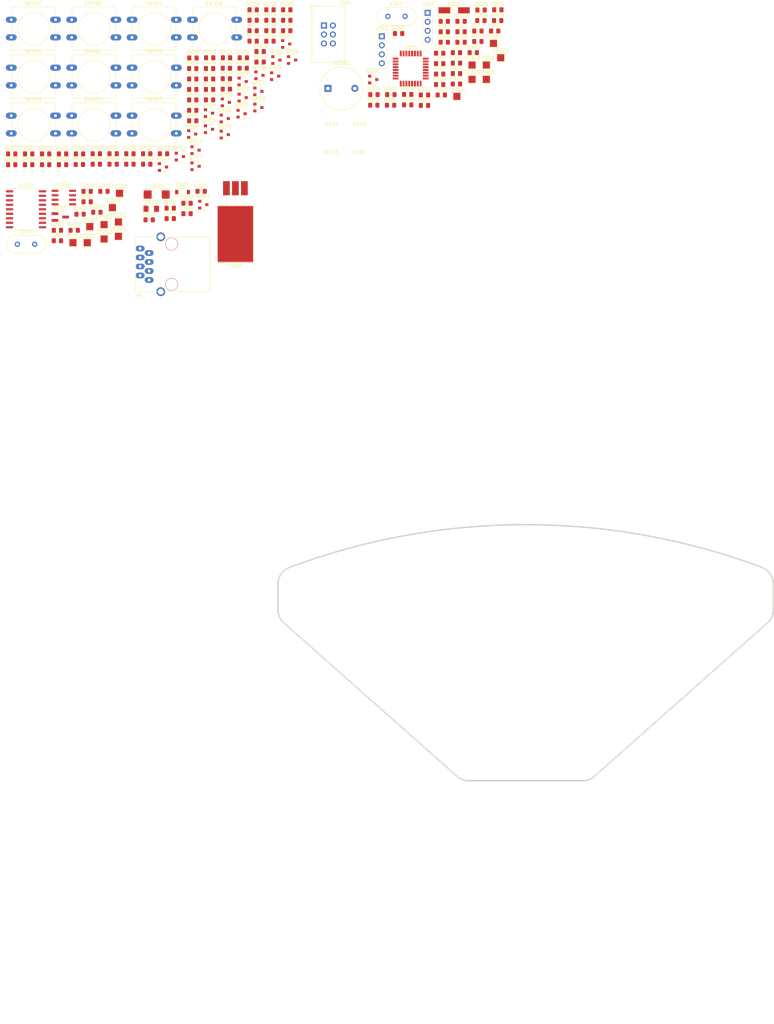
<source format=kicad_pcb>
(kicad_pcb (version 20171130) (host pcbnew 5.1.4)
  (layers (0 F.Cu jumper) (31 B.Cu signal) (34 B.Paste user) (35 F.Paste user) (36 B.SilkS user) (37 F.SilkS user) (38 B.Mask user) (39 F.Mask user) (44 Edge.Cuts user))
  (net 0 "")
  (net 1 GND)
  (net 2 +5V)
  (net 3 /MCU/RESET)
  (net 4 "Net-(C203-Pad1)")
  (net 5 "Net-(C204-Pad1)")
  (net 6 "Net-(C302-Pad1)")
  (net 7 "Net-(C405-Pad2)")
  (net 8 /MCU/LED2)
  (net 9 /MCU/LED1)
  (net 10 "/POWER SUPPLY/+18V_IN")
  (net 11 "/CANBUS CONN/CAN_L")
  (net 12 "/CANBUS CONN/CAN_H")
  (net 13 "Net-(R202-Pad1)")
  (net 14 "Net-(R203-Pad2)")
  (net 15 /MCU/USART_RX)
  (net 16 /MCU/USART_TX)
  (net 17 /CANBUS/TXCAN)
  (net 18 /CANBUS/RXCAN)
  (net 19 /CANBUS/CS)
  (net 20 /CANBUS/INT)
  (net 21 "Net-(BZ301-Pad1)")
  (net 22 "Net-(C305-Pad1)")
  (net 23 "Net-(C306-Pad1)")
  (net 24 "Net-(C401-Pad2)")
  (net 25 /MCU/SW0)
  (net 26 "Net-(C402-Pad2)")
  (net 27 /MCU/SW1)
  (net 28 "Net-(C403-Pad2)")
  (net 29 /MCU/SW2)
  (net 30 "Net-(C404-Pad2)")
  (net 31 /MCU/SW3)
  (net 32 /MCU/SW4)
  (net 33 "Net-(C406-Pad2)")
  (net 34 /MCU/SW5)
  (net 35 "Net-(C407-Pad2)")
  (net 36 /MCU/SW6)
  (net 37 "Net-(C408-Pad2)")
  (net 38 /MCU/SW7)
  (net 39 "Net-(C409-Pad2)")
  (net 40 /MCU/SW8)
  (net 41 "Net-(C410-Pad2)")
  (net 42 /MCU/SW9)
  (net 43 "Net-(C601-Pad1)")
  (net 44 "Net-(D302-Pad2)")
  (net 45 "Net-(D303-Pad2)")
  (net 46 "Net-(D304-Pad2)")
  (net 47 "Net-(D305-Pad2)")
  (net 48 "Net-(D401-Pad1)")
  (net 49 "Net-(D402-Pad1)")
  (net 50 "Net-(D403-Pad1)")
  (net 51 "Net-(D404-Pad1)")
  (net 52 "Net-(D405-Pad1)")
  (net 53 "Net-(D406-Pad1)")
  (net 54 "Net-(D407-Pad1)")
  (net 55 "Net-(D408-Pad1)")
  (net 56 "Net-(D409-Pad1)")
  (net 57 "Net-(D410-Pad1)")
  (net 58 "Net-(D601-Pad1)")
  (net 59 "Net-(J301-Pad5)")
  (net 60 "Net-(J301-Pad4)")
  (net 61 "Net-(J301-Pad3)")
  (net 62 "Net-(J301-Pad1)")
  (net 63 "Net-(J302-Pad4)")
  (net 64 "Net-(J302-Pad3)")
  (net 65 "Net-(J302-Pad2)")
  (net 66 "Net-(J303-Pad4)")
  (net 67 "Net-(J303-Pad3)")
  (net 68 "/CANBUS CONN/CAN_GND")
  (net 69 "Net-(Q301-Pad1)")
  (net 70 "Net-(Q401-Pad2)")
  (net 71 "Net-(Q401-Pad1)")
  (net 72 "Net-(Q402-Pad2)")
  (net 73 "Net-(Q402-Pad1)")
  (net 74 "Net-(Q403-Pad2)")
  (net 75 "Net-(Q403-Pad1)")
  (net 76 "Net-(Q404-Pad2)")
  (net 77 "Net-(Q404-Pad1)")
  (net 78 "Net-(Q405-Pad2)")
  (net 79 "Net-(Q405-Pad1)")
  (net 80 "Net-(Q411-Pad2)")
  (net 81 "Net-(Q411-Pad1)")
  (net 82 "Net-(Q412-Pad2)")
  (net 83 "Net-(Q412-Pad1)")
  (net 84 "Net-(Q413-Pad2)")
  (net 85 "Net-(Q413-Pad1)")
  (net 86 "Net-(Q414-Pad2)")
  (net 87 "Net-(Q414-Pad1)")
  (net 88 "Net-(Q415-Pad2)")
  (net 89 "Net-(Q415-Pad1)")
  (net 90 /CANBUS/SO)
  (net 91 /CANBUS/SI)
  (net 92 /CANBUS/SCK)
  (net 93 /MCU/I2C_SDA)
  (net 94 /MCU/I2C_SCL)
  (net 95 /MCU/LED0)
  (net 96 /MCU/LED3)
  (net 97 /MCU/BUZZER)
  (module Connector_IDC:IDC-Header_2x03_P2.54mm_Vertical (layer F.Cu) (at 88.329 -90.051)
    (fp_text reference J301 (at 6.105 -6.35) (layer F.SilkS))
    (fp_text value AVR-ISP-6)
    (pad 6 thru_hole oval (at 2.54 5.08) (size 1.7272 1.7272) (drill 1.016) (layers *.Cu *.Mask) (net 1 GND))
    (pad 5 thru_hole oval (at 0 5.08) (size 1.7272 1.7272) (drill 1.016) (layers *.Cu *.Mask) (net 59 "Net-(J301-Pad5)"))
    (pad 4 thru_hole oval (at 2.54 2.54) (size 1.7272 1.7272) (drill 1.016) (layers *.Cu *.Mask) (net 60 "Net-(J301-Pad4)"))
    (pad 3 thru_hole oval (at 0 2.54) (size 1.7272 1.7272) (drill 1.016) (layers *.Cu *.Mask) (net 61 "Net-(J301-Pad3)"))
    (pad 2 thru_hole oval (at 2.54 0) (size 1.7272 1.7272) (drill 1.016) (layers *.Cu *.Mask) (net 2 +5V))
    (pad 1 thru_hole rect (at 0 0) (size 1.7272 1.7272) (drill 1.016) (layers *.Cu *.Mask) (net 62 "Net-(J301-Pad1)"))
  )
  (module Crystal:Crystal_HC49-U_Vertical (layer F.Cu) (at 106.394 -92.636)
    (fp_text reference Y301 (at 2.44 -3.525) (layer F.SilkS))
    (fp_text value 16MHz)
    (pad 2 thru_hole circle (at 4.88 0) (size 1.5 1.5) (drill 0.8) (layers *.Cu *.Mask) (net 23 "Net-(C306-Pad1)"))
    (pad 1 thru_hole circle (at 0 0) (size 1.5 1.5) (drill 0.8) (layers *.Cu *.Mask) (net 22 "Net-(C305-Pad1)"))
  )
  (module Crystal:Crystal_HC49-U_Vertical (layer F.Cu) (at 1.694 -28.276)
    (fp_text reference Y201 (at 2.44 -3.525) (layer F.SilkS))
    (fp_text value 16MHz)
    (pad 2 thru_hole circle (at 4.88 0) (size 1.5 1.5) (drill 0.8) (layers *.Cu *.Mask) (net 5 "Net-(C204-Pad1)"))
    (pad 1 thru_hole circle (at 0 0) (size 1.5 1.5) (drill 0.8) (layers *.Cu *.Mask) (net 4 "Net-(C203-Pad1)"))
  )
  (module Package_QFP:TQFP-32_7x7mm_P0.8mm (layer F.Cu) (at 112.844 -77.886)
    (fp_text reference U301 (at 0 -6.05) (layer F.SilkS))
    (fp_text value ATmega328PB-AU)
    (pad 32 smd rect (at -2.8 -4.25 90) (size 1.6 0.55) (layers F.Cu F.Paste F.Mask) (net 25 /MCU/SW0))
    (pad 31 smd rect (at -2 -4.25 90) (size 1.6 0.55) (layers F.Cu F.Paste F.Mask) (net 16 /MCU/USART_TX))
    (pad 30 smd rect (at -1.2 -4.25 90) (size 1.6 0.55) (layers F.Cu F.Paste F.Mask) (net 15 /MCU/USART_RX))
    (pad 29 smd rect (at -0.4 -4.25 90) (size 1.6 0.55) (layers F.Cu F.Paste F.Mask) (net 3 /MCU/RESET))
    (pad 28 smd rect (at 0.4 -4.25 90) (size 1.6 0.55) (layers F.Cu F.Paste F.Mask) (net 94 /MCU/I2C_SCL))
    (pad 27 smd rect (at 1.2 -4.25 90) (size 1.6 0.55) (layers F.Cu F.Paste F.Mask) (net 93 /MCU/I2C_SDA))
    (pad 26 smd rect (at 2 -4.25 90) (size 1.6 0.55) (layers F.Cu F.Paste F.Mask) (net 42 /MCU/SW9))
    (pad 25 smd rect (at 2.8 -4.25 90) (size 1.6 0.55) (layers F.Cu F.Paste F.Mask) (net 40 /MCU/SW8))
    (pad 24 smd rect (at 4.25 -2.8) (size 1.6 0.55) (layers F.Cu F.Paste F.Mask) (net 38 /MCU/SW7))
    (pad 23 smd rect (at 4.25 -2) (size 1.6 0.55) (layers F.Cu F.Paste F.Mask) (net 36 /MCU/SW6))
    (pad 22 smd rect (at 4.25 -1.2) (size 1.6 0.55) (layers F.Cu F.Paste F.Mask) (net 96 /MCU/LED3))
    (pad 21 smd rect (at 4.25 -0.4) (size 1.6 0.55) (layers F.Cu F.Paste F.Mask) (net 1 GND))
    (pad 20 smd rect (at 4.25 0.4) (size 1.6 0.55) (layers F.Cu F.Paste F.Mask) (net 2 +5V))
    (pad 19 smd rect (at 4.25 1.2) (size 1.6 0.55) (layers F.Cu F.Paste F.Mask) (net 8 /MCU/LED2))
    (pad 18 smd rect (at 4.25 2) (size 1.6 0.55) (layers F.Cu F.Paste F.Mask) (net 6 "Net-(C302-Pad1)"))
    (pad 17 smd rect (at 4.25 2.8) (size 1.6 0.55) (layers F.Cu F.Paste F.Mask) (net 92 /CANBUS/SCK))
    (pad 16 smd rect (at 2.8 4.25 90) (size 1.6 0.55) (layers F.Cu F.Paste F.Mask) (net 90 /CANBUS/SO))
    (pad 15 smd rect (at 2 4.25 90) (size 1.6 0.55) (layers F.Cu F.Paste F.Mask) (net 91 /CANBUS/SI))
    (pad 14 smd rect (at 1.2 4.25 90) (size 1.6 0.55) (layers F.Cu F.Paste F.Mask) (net 97 /MCU/BUZZER))
    (pad 13 smd rect (at 0.4 4.25 90) (size 1.6 0.55) (layers F.Cu F.Paste F.Mask) (net 20 /CANBUS/INT))
    (pad 12 smd rect (at -0.4 4.25 90) (size 1.6 0.55) (layers F.Cu F.Paste F.Mask) (net 19 /CANBUS/CS))
    (pad 11 smd rect (at -1.2 4.25 90) (size 1.6 0.55) (layers F.Cu F.Paste F.Mask) (net 34 /MCU/SW5))
    (pad 10 smd rect (at -2 4.25 90) (size 1.6 0.55) (layers F.Cu F.Paste F.Mask) (net 32 /MCU/SW4))
    (pad 9 smd rect (at -2.8 4.25 90) (size 1.6 0.55) (layers F.Cu F.Paste F.Mask) (net 31 /MCU/SW3))
    (pad 8 smd rect (at -4.25 2.8) (size 1.6 0.55) (layers F.Cu F.Paste F.Mask) (net 22 "Net-(C305-Pad1)"))
    (pad 7 smd rect (at -4.25 2) (size 1.6 0.55) (layers F.Cu F.Paste F.Mask) (net 23 "Net-(C306-Pad1)"))
    (pad 6 smd rect (at -4.25 1.2) (size 1.6 0.55) (layers F.Cu F.Paste F.Mask) (net 9 /MCU/LED1))
    (pad 5 smd rect (at -4.25 0.4) (size 1.6 0.55) (layers F.Cu F.Paste F.Mask) (net 1 GND))
    (pad 4 smd rect (at -4.25 -0.4) (size 1.6 0.55) (layers F.Cu F.Paste F.Mask) (net 2 +5V))
    (pad 3 smd rect (at -4.25 -1.2) (size 1.6 0.55) (layers F.Cu F.Paste F.Mask) (net 95 /MCU/LED0))
    (pad 2 smd rect (at -4.25 -2) (size 1.6 0.55) (layers F.Cu F.Paste F.Mask) (net 29 /MCU/SW2))
    (pad 1 smd rect (at -4.25 -2.8) (size 1.6 0.55) (layers F.Cu F.Paste F.Mask) (net 27 /MCU/SW1))
  )
  (module Package_SO:SOIC-18W_7.5x11.6mm_P1.27mm (layer F.Cu) (at 4.124 -38.146)
    (fp_text reference U202 (at 0 -6.72) (layer F.SilkS))
    (fp_text value MCP2515-xSO)
    (pad 18 smd roundrect (at 4.65 -5.08) (size 2.05 0.6) (layers F.Cu F.Paste F.Mask) (net 2 +5V))
    (pad 17 smd roundrect (at 4.65 -3.81) (size 2.05 0.6) (layers F.Cu F.Paste F.Mask) (net 14 "Net-(R203-Pad2)"))
    (pad 16 smd roundrect (at 4.65 -2.54) (size 2.05 0.6) (layers F.Cu F.Paste F.Mask) (net 19 /CANBUS/CS))
    (pad 15 smd roundrect (at 4.65 -1.27) (size 2.05 0.6) (layers F.Cu F.Paste F.Mask) (net 90 /CANBUS/SO))
    (pad 14 smd roundrect (at 4.65 0) (size 2.05 0.6) (layers F.Cu F.Paste F.Mask) (net 91 /CANBUS/SI))
    (pad 13 smd roundrect (at 4.65 1.27) (size 2.05 0.6) (layers F.Cu F.Paste F.Mask) (net 92 /CANBUS/SCK))
    (pad 12 smd roundrect (at 4.65 2.54) (size 2.05 0.6) (layers F.Cu F.Paste F.Mask) (net 20 /CANBUS/INT))
    (pad 11 smd roundrect (at 4.65 3.81) (size 2.05 0.6) (layers F.Cu F.Paste F.Mask))
    (pad 10 smd roundrect (at 4.65 5.08) (size 2.05 0.6) (layers F.Cu F.Paste F.Mask))
    (pad 9 smd roundrect (at -4.65 5.08) (size 2.05 0.6) (layers F.Cu F.Paste F.Mask) (net 1 GND))
    (pad 8 smd roundrect (at -4.65 3.81) (size 2.05 0.6) (layers F.Cu F.Paste F.Mask) (net 5 "Net-(C204-Pad1)"))
    (pad 7 smd roundrect (at -4.65 2.54) (size 2.05 0.6) (layers F.Cu F.Paste F.Mask) (net 4 "Net-(C203-Pad1)"))
    (pad 6 smd roundrect (at -4.65 1.27) (size 2.05 0.6) (layers F.Cu F.Paste F.Mask))
    (pad 5 smd roundrect (at -4.65 0) (size 2.05 0.6) (layers F.Cu F.Paste F.Mask))
    (pad 4 smd roundrect (at -4.65 -1.27) (size 2.05 0.6) (layers F.Cu F.Paste F.Mask))
    (pad 3 smd roundrect (at -4.65 -2.54) (size 2.05 0.6) (layers F.Cu F.Paste F.Mask))
    (pad 2 smd roundrect (at -4.65 -3.81) (size 2.05 0.6) (layers F.Cu F.Paste F.Mask) (net 18 /CANBUS/RXCAN))
    (pad 1 smd roundrect (at -4.65 -5.08) (size 2.05 0.6) (layers F.Cu F.Paste F.Mask) (net 17 /CANBUS/TXCAN))
  )
  (module Package_SO:SOIC-8_3.9x4.9mm_P1.27mm (layer F.Cu) (at 14.804 -41.466)
    (fp_text reference U201 (at 0 -3.4) (layer F.SilkS))
    (fp_text value MCP2551-I/SN)
    (pad 8 smd roundrect (at 2.475 -1.905) (size 1.95 0.6) (layers F.Cu F.Paste F.Mask) (net 13 "Net-(R202-Pad1)"))
    (pad 7 smd roundrect (at 2.475 -0.635) (size 1.95 0.6) (layers F.Cu F.Paste F.Mask) (net 12 "/CANBUS CONN/CAN_H"))
    (pad 6 smd roundrect (at 2.475 0.635) (size 1.95 0.6) (layers F.Cu F.Paste F.Mask) (net 11 "/CANBUS CONN/CAN_L"))
    (pad 5 smd roundrect (at 2.475 1.905) (size 1.95 0.6) (layers F.Cu F.Paste F.Mask))
    (pad 4 smd roundrect (at -2.475 1.905) (size 1.95 0.6) (layers F.Cu F.Paste F.Mask) (net 18 /CANBUS/RXCAN))
    (pad 3 smd roundrect (at -2.475 0.635) (size 1.95 0.6) (layers F.Cu F.Paste F.Mask) (net 2 +5V))
    (pad 2 smd roundrect (at -2.475 -0.635) (size 1.95 0.6) (layers F.Cu F.Paste F.Mask) (net 1 GND))
    (pad 1 smd roundrect (at -2.475 -1.905) (size 1.95 0.6) (layers F.Cu F.Paste F.Mask) (net 17 /CANBUS/TXCAN))
  )
  (module TestPoint:TestPoint_Pad_2.0x2.0mm (layer F.Cu) (at 136.244 -84.996)
    (fp_text reference TP307 (at 0 -1.998) (layer F.SilkS))
    (fp_text value BUZZ_out)
    (pad 1 smd rect (at 0 0) (size 2 2) (layers F.Cu F.Mask) (net 21 "Net-(BZ301-Pad1)"))
  )
  (module TestPoint:TestPoint_Pad_2.0x2.0mm (layer F.Cu) (at 134.244 -78.886)
    (fp_text reference TP306 (at 0 -1.998) (layer F.SilkS))
    (fp_text value BUZZ_in)
    (pad 1 smd rect (at 0 0) (size 2 2) (layers F.Cu F.Mask) (net 97 /MCU/BUZZER))
  )
  (module TestPoint:TestPoint_Pad_2.0x2.0mm (layer F.Cu) (at 130.194 -74.836)
    (fp_text reference TP305 (at 0 -1.998) (layer F.SilkS))
    (fp_text value SCL)
    (pad 1 smd rect (at 0 0) (size 2 2) (layers F.Cu F.Mask) (net 94 /MCU/I2C_SCL))
  )
  (module TestPoint:TestPoint_Pad_2.0x2.0mm (layer F.Cu) (at 125.904 -70.036)
    (fp_text reference TP304 (at 0 -1.998) (layer F.SilkS))
    (fp_text value SDA)
    (pad 1 smd rect (at 0 0) (size 2 2) (layers F.Cu F.Mask) (net 93 /MCU/I2C_SDA))
  )
  (module TestPoint:TestPoint_Pad_2.0x2.0mm (layer F.Cu) (at 134.244 -74.836)
    (fp_text reference TP303 (at 0 -1.998) (layer F.SilkS))
    (fp_text value RST)
    (pad 1 smd rect (at 0 0) (size 2 2) (layers F.Cu F.Mask) (net 3 /MCU/RESET))
  )
  (module TestPoint:TestPoint_Pad_2.0x2.0mm (layer F.Cu) (at 138.294 -80.946)
    (fp_text reference TP302 (at 0 -1.998) (layer F.SilkS))
    (fp_text value RX)
    (pad 1 smd rect (at 0 0) (size 2 2) (layers F.Cu F.Mask) (net 15 /MCU/USART_RX))
  )
  (module TestPoint:TestPoint_Pad_2.0x2.0mm (layer F.Cu) (at 130.194 -78.886)
    (fp_text reference TP301 (at 0 -1.998) (layer F.SilkS))
    (fp_text value TX)
    (pad 1 smd rect (at 0 0) (size 2 2) (layers F.Cu F.Mask) (net 16 /MCU/USART_TX))
  )
  (module TestPoint:TestPoint_Pad_2.0x2.0mm (layer F.Cu) (at 17.394 -28.716)
    (fp_text reference TP209 (at 0 -1.998) (layer F.SilkS))
    (fp_text value INT)
    (pad 1 smd rect (at 0 0) (size 2 2) (layers F.Cu F.Mask) (net 20 /CANBUS/INT))
  )
  (module TestPoint:TestPoint_Pad_2.0x2.0mm (layer F.Cu) (at 30.554 -42.666)
    (fp_text reference TP208 (at 0 -1.998) (layer F.SilkS))
    (fp_text value CAN_L)
    (pad 1 smd rect (at 0 0) (size 2 2) (layers F.Cu F.Mask) (net 11 "/CANBUS CONN/CAN_L"))
  )
  (module TestPoint:TestPoint_Pad_2.0x2.0mm (layer F.Cu) (at 22.144 -33.266)
    (fp_text reference TP207 (at 0 -1.998) (layer F.SilkS))
    (fp_text value CAN_H)
    (pad 1 smd rect (at 0 0) (size 2 2) (layers F.Cu F.Mask) (net 12 "/CANBUS CONN/CAN_H"))
  )
  (module TestPoint:TestPoint_Pad_2.0x2.0mm (layer F.Cu) (at 28.554 -38.616)
    (fp_text reference TP206 (at 0 -1.998) (layer F.SilkS))
    (fp_text value SCK)
    (pad 1 smd rect (at 0 0) (size 2 2) (layers F.Cu F.Mask) (net 92 /CANBUS/SCK))
  )
  (module TestPoint:TestPoint_Pad_2.0x2.0mm (layer F.Cu) (at 21.444 -28.716)
    (fp_text reference TP205 (at 0 -1.998) (layer F.SilkS))
    (fp_text value SC)
    (pad 1 smd rect (at 0 0) (size 2 2) (layers F.Cu F.Mask) (net 19 /CANBUS/CS))
  )
  (module TestPoint:TestPoint_Pad_2.0x2.0mm (layer F.Cu) (at 26.194 -33.816)
    (fp_text reference TP204 (at 0 -1.998) (layer F.SilkS))
    (fp_text value RXCAN)
    (pad 1 smd rect (at 0 0) (size 2 2) (layers F.Cu F.Mask) (net 18 /CANBUS/RXCAN))
  )
  (module TestPoint:TestPoint_Pad_2.0x2.0mm (layer F.Cu) (at 30.244 -34.566)
    (fp_text reference TP203 (at 0 -1.998) (layer F.SilkS))
    (fp_text value TXCAN)
    (pad 1 smd rect (at 0 0) (size 2 2) (layers F.Cu F.Mask) (net 17 /CANBUS/TXCAN))
  )
  (module TestPoint:TestPoint_Pad_2.0x2.0mm (layer F.Cu) (at 26.194 -29.766)
    (fp_text reference TP202 (at 0 -1.998) (layer F.SilkS))
    (fp_text value SO)
    (pad 1 smd rect (at 0 0) (size 2 2) (layers F.Cu F.Mask) (net 90 /CANBUS/SO))
  )
  (module TestPoint:TestPoint_Pad_2.0x2.0mm (layer F.Cu) (at 30.244 -30.516)
    (fp_text reference TP201 (at 0 -1.998) (layer F.SilkS))
    (fp_text value SI)
    (pad 1 smd rect (at 0 0) (size 2 2) (layers F.Cu F.Mask) (net 91 /CANBUS/SI))
  )
  (module Button_Switch_THT:SW_PUSH-12mm (layer F.Cu) (at -0.036 -78.136)
    (fp_text reference SW410 (at 6.08 -4.66) (layer F.SilkS))
    (fp_text value SW_Push)
    (pad 2 thru_hole oval (at 0 5) (size 3.048 1.7272) (drill 0.8128) (layers *.Cu *.Mask) (net 88 "Net-(Q415-Pad2)"))
    (pad 1 thru_hole oval (at 0 0) (size 3.048 1.7272) (drill 0.8128) (layers *.Cu *.Mask) (net 1 GND))
    (pad 2 thru_hole oval (at 12.5 5) (size 3.048 1.7272) (drill 0.8128) (layers *.Cu *.Mask) (net 88 "Net-(Q415-Pad2)"))
    (pad 1 thru_hole oval (at 12.5 0) (size 3.048 1.7272) (drill 0.8128) (layers *.Cu *.Mask) (net 1 GND))
  )
  (module Button_Switch_THT:SW_PUSH-12mm (layer F.Cu) (at -0.036 -64.586)
    (fp_text reference SW409 (at 6.08 -4.66) (layer F.SilkS))
    (fp_text value SW_Push)
    (pad 2 thru_hole oval (at 0 5) (size 3.048 1.7272) (drill 0.8128) (layers *.Cu *.Mask) (net 86 "Net-(Q414-Pad2)"))
    (pad 1 thru_hole oval (at 0 0) (size 3.048 1.7272) (drill 0.8128) (layers *.Cu *.Mask) (net 1 GND))
    (pad 2 thru_hole oval (at 12.5 5) (size 3.048 1.7272) (drill 0.8128) (layers *.Cu *.Mask) (net 86 "Net-(Q414-Pad2)"))
    (pad 1 thru_hole oval (at 12.5 0) (size 3.048 1.7272) (drill 0.8128) (layers *.Cu *.Mask) (net 1 GND))
  )
  (module Button_Switch_THT:SW_PUSH-12mm (layer F.Cu) (at 17.034 -91.686)
    (fp_text reference SW408 (at 6.08 -4.66) (layer F.SilkS))
    (fp_text value SW_Push)
    (pad 2 thru_hole oval (at 0 5) (size 3.048 1.7272) (drill 0.8128) (layers *.Cu *.Mask) (net 84 "Net-(Q413-Pad2)"))
    (pad 1 thru_hole oval (at 0 0) (size 3.048 1.7272) (drill 0.8128) (layers *.Cu *.Mask) (net 1 GND))
    (pad 2 thru_hole oval (at 12.5 5) (size 3.048 1.7272) (drill 0.8128) (layers *.Cu *.Mask) (net 84 "Net-(Q413-Pad2)"))
    (pad 1 thru_hole oval (at 12.5 0) (size 3.048 1.7272) (drill 0.8128) (layers *.Cu *.Mask) (net 1 GND))
  )
  (module Button_Switch_THT:SW_PUSH-12mm (layer F.Cu) (at -0.036 -91.686)
    (fp_text reference SW407 (at 6.08 -4.66) (layer F.SilkS))
    (fp_text value SW_Push)
    (pad 2 thru_hole oval (at 0 5) (size 3.048 1.7272) (drill 0.8128) (layers *.Cu *.Mask) (net 82 "Net-(Q412-Pad2)"))
    (pad 1 thru_hole oval (at 0 0) (size 3.048 1.7272) (drill 0.8128) (layers *.Cu *.Mask) (net 1 GND))
    (pad 2 thru_hole oval (at 12.5 5) (size 3.048 1.7272) (drill 0.8128) (layers *.Cu *.Mask) (net 82 "Net-(Q412-Pad2)"))
    (pad 1 thru_hole oval (at 12.5 0) (size 3.048 1.7272) (drill 0.8128) (layers *.Cu *.Mask) (net 1 GND))
  )
  (module Button_Switch_THT:SW_PUSH-12mm (layer F.Cu) (at 51.174 -91.686)
    (fp_text reference SW406 (at 6.08 -4.66) (layer F.SilkS))
    (fp_text value SW_Push)
    (pad 2 thru_hole oval (at 0 5) (size 3.048 1.7272) (drill 0.8128) (layers *.Cu *.Mask) (net 80 "Net-(Q411-Pad2)"))
    (pad 1 thru_hole oval (at 0 0) (size 3.048 1.7272) (drill 0.8128) (layers *.Cu *.Mask) (net 1 GND))
    (pad 2 thru_hole oval (at 12.5 5) (size 3.048 1.7272) (drill 0.8128) (layers *.Cu *.Mask) (net 80 "Net-(Q411-Pad2)"))
    (pad 1 thru_hole oval (at 12.5 0) (size 3.048 1.7272) (drill 0.8128) (layers *.Cu *.Mask) (net 1 GND))
  )
  (module Button_Switch_THT:SW_PUSH-12mm (layer F.Cu) (at 34.104 -78.136)
    (fp_text reference SW405 (at 6.08 -4.66) (layer F.SilkS))
    (fp_text value SW_Push)
    (pad 2 thru_hole oval (at 0 5) (size 3.048 1.7272) (drill 0.8128) (layers *.Cu *.Mask) (net 78 "Net-(Q405-Pad2)"))
    (pad 1 thru_hole oval (at 0 0) (size 3.048 1.7272) (drill 0.8128) (layers *.Cu *.Mask) (net 1 GND))
    (pad 2 thru_hole oval (at 12.5 5) (size 3.048 1.7272) (drill 0.8128) (layers *.Cu *.Mask) (net 78 "Net-(Q405-Pad2)"))
    (pad 1 thru_hole oval (at 12.5 0) (size 3.048 1.7272) (drill 0.8128) (layers *.Cu *.Mask) (net 1 GND))
  )
  (module Button_Switch_THT:SW_PUSH-12mm (layer F.Cu) (at 17.034 -64.586)
    (fp_text reference SW404 (at 6.08 -4.66) (layer F.SilkS))
    (fp_text value SW_Push)
    (pad 2 thru_hole oval (at 0 5) (size 3.048 1.7272) (drill 0.8128) (layers *.Cu *.Mask) (net 76 "Net-(Q404-Pad2)"))
    (pad 1 thru_hole oval (at 0 0) (size 3.048 1.7272) (drill 0.8128) (layers *.Cu *.Mask) (net 1 GND))
    (pad 2 thru_hole oval (at 12.5 5) (size 3.048 1.7272) (drill 0.8128) (layers *.Cu *.Mask) (net 76 "Net-(Q404-Pad2)"))
    (pad 1 thru_hole oval (at 12.5 0) (size 3.048 1.7272) (drill 0.8128) (layers *.Cu *.Mask) (net 1 GND))
  )
  (module Button_Switch_THT:SW_PUSH-12mm (layer F.Cu) (at 34.104 -64.586)
    (fp_text reference SW403 (at 6.08 -4.66) (layer F.SilkS))
    (fp_text value SW_Push)
    (pad 2 thru_hole oval (at 0 5) (size 3.048 1.7272) (drill 0.8128) (layers *.Cu *.Mask) (net 74 "Net-(Q403-Pad2)"))
    (pad 1 thru_hole oval (at 0 0) (size 3.048 1.7272) (drill 0.8128) (layers *.Cu *.Mask) (net 1 GND))
    (pad 2 thru_hole oval (at 12.5 5) (size 3.048 1.7272) (drill 0.8128) (layers *.Cu *.Mask) (net 74 "Net-(Q403-Pad2)"))
    (pad 1 thru_hole oval (at 12.5 0) (size 3.048 1.7272) (drill 0.8128) (layers *.Cu *.Mask) (net 1 GND))
  )
  (module Button_Switch_THT:SW_PUSH-12mm (layer F.Cu) (at 34.104 -91.686)
    (fp_text reference SW402 (at 6.08 -4.66) (layer F.SilkS))
    (fp_text value SW_Push)
    (pad 2 thru_hole oval (at 0 5) (size 3.048 1.7272) (drill 0.8128) (layers *.Cu *.Mask) (net 72 "Net-(Q402-Pad2)"))
    (pad 1 thru_hole oval (at 0 0) (size 3.048 1.7272) (drill 0.8128) (layers *.Cu *.Mask) (net 1 GND))
    (pad 2 thru_hole oval (at 12.5 5) (size 3.048 1.7272) (drill 0.8128) (layers *.Cu *.Mask) (net 72 "Net-(Q402-Pad2)"))
    (pad 1 thru_hole oval (at 12.5 0) (size 3.048 1.7272) (drill 0.8128) (layers *.Cu *.Mask) (net 1 GND))
  )
  (module Button_Switch_THT:SW_PUSH-12mm (layer F.Cu) (at 17.034 -78.136)
    (fp_text reference SW401 (at 6.08 -4.66) (layer F.SilkS))
    (fp_text value SW_Push)
    (pad 2 thru_hole oval (at 0 5) (size 3.048 1.7272) (drill 0.8128) (layers *.Cu *.Mask) (net 70 "Net-(Q401-Pad2)"))
    (pad 1 thru_hole oval (at 0 0) (size 3.048 1.7272) (drill 0.8128) (layers *.Cu *.Mask) (net 1 GND))
    (pad 2 thru_hole oval (at 12.5 5) (size 3.048 1.7272) (drill 0.8128) (layers *.Cu *.Mask) (net 70 "Net-(Q401-Pad2)"))
    (pad 1 thru_hole oval (at 12.5 0) (size 3.048 1.7272) (drill 0.8128) (layers *.Cu *.Mask) (net 1 GND))
  )
  (module Resistor_SMD:R_0805_2012Metric_Pad1.15x1.40mm_HandSolder (layer F.Cu) (at 44.884 -38.466)
    (fp_text reference R601 (at 0 -1.65) (layer F.SilkS))
    (fp_text value 1M)
    (pad 2 smd roundrect (at 1.025 0) (size 1.15 1.4) (layers F.Cu F.Paste F.Mask) (roundrect_rratio 0.217391) (net 58 "Net-(D601-Pad1)"))
    (pad 1 smd roundrect (at -1.025 0) (size 1.15 1.4) (layers F.Cu F.Paste F.Mask) (roundrect_rratio 0.217391) (net 43 "Net-(C601-Pad1)"))
  )
  (module Resistor_SMD:R_0805_2012Metric_Pad1.15x1.40mm_HandSolder (layer F.Cu) (at 77.824 -94.486)
    (fp_text reference R430 (at 0 -1.65) (layer F.SilkS))
    (fp_text value 100)
    (pad 2 smd roundrect (at 1.025 0) (size 1.15 1.4) (layers F.Cu F.Paste F.Mask) (roundrect_rratio 0.217391) (net 1 GND))
    (pad 1 smd roundrect (at -1.025 0) (size 1.15 1.4) (layers F.Cu F.Paste F.Mask) (roundrect_rratio 0.217391) (net 41 "Net-(C410-Pad2)"))
  )
  (module Resistor_SMD:R_0805_2012Metric_Pad1.15x1.40mm_HandSolder (layer F.Cu) (at 68.324 -85.636)
    (fp_text reference R429 (at 0 -1.65) (layer F.SilkS))
    (fp_text value 100)
    (pad 2 smd roundrect (at 1.025 0) (size 1.15 1.4) (layers F.Cu F.Paste F.Mask) (roundrect_rratio 0.217391) (net 1 GND))
    (pad 1 smd roundrect (at -1.025 0) (size 1.15 1.4) (layers F.Cu F.Paste F.Mask) (roundrect_rratio 0.217391) (net 39 "Net-(C409-Pad2)"))
  )
  (module Resistor_SMD:R_0805_2012Metric_Pad1.15x1.40mm_HandSolder (layer F.Cu) (at 60.754 -77.986)
    (fp_text reference R428 (at 0 -1.65) (layer F.SilkS))
    (fp_text value 100)
    (pad 2 smd roundrect (at 1.025 0) (size 1.15 1.4) (layers F.Cu F.Paste F.Mask) (roundrect_rratio 0.217391) (net 1 GND))
    (pad 1 smd roundrect (at -1.025 0) (size 1.15 1.4) (layers F.Cu F.Paste F.Mask) (roundrect_rratio 0.217391) (net 37 "Net-(C408-Pad2)"))
  )
  (module Resistor_SMD:R_0805_2012Metric_Pad1.15x1.40mm_HandSolder (layer F.Cu) (at 51.254 -69.046)
    (fp_text reference R427 (at 0 -1.65) (layer F.SilkS))
    (fp_text value 100)
    (pad 2 smd roundrect (at 1.025 0) (size 1.15 1.4) (layers F.Cu F.Paste F.Mask) (roundrect_rratio 0.217391) (net 1 GND))
    (pad 1 smd roundrect (at -1.025 0) (size 1.15 1.4) (layers F.Cu F.Paste F.Mask) (roundrect_rratio 0.217391) (net 35 "Net-(C407-Pad2)"))
  )
  (module Resistor_SMD:R_0805_2012Metric_Pad1.15x1.40mm_HandSolder (layer F.Cu) (at 56.004 -74.946)
    (fp_text reference R426 (at 0 -1.65) (layer F.SilkS))
    (fp_text value 100)
    (pad 2 smd roundrect (at 1.025 0) (size 1.15 1.4) (layers F.Cu F.Paste F.Mask) (roundrect_rratio 0.217391) (net 1 GND))
    (pad 1 smd roundrect (at -1.025 0) (size 1.15 1.4) (layers F.Cu F.Paste F.Mask) (roundrect_rratio 0.217391) (net 33 "Net-(C406-Pad2)"))
  )
  (module Resistor_SMD:R_0805_2012Metric_Pad1.15x1.40mm_HandSolder (layer F.Cu) (at 33.494 -53.836)
    (fp_text reference R425 (at 0 -1.65) (layer F.SilkS))
    (fp_text value 1k)
    (pad 2 smd roundrect (at 1.025 0) (size 1.15 1.4) (layers F.Cu F.Paste F.Mask) (roundrect_rratio 0.217391) (net 42 /MCU/SW9))
    (pad 1 smd roundrect (at -1.025 0) (size 1.15 1.4) (layers F.Cu F.Paste F.Mask) (roundrect_rratio 0.217391) (net 89 "Net-(Q415-Pad1)"))
  )
  (module Resistor_SMD:R_0805_2012Metric_Pad1.15x1.40mm_HandSolder (layer F.Cu) (at 33.494 -50.886)
    (fp_text reference R424 (at 0 -1.65) (layer F.SilkS))
    (fp_text value 1k)
    (pad 2 smd roundrect (at 1.025 0) (size 1.15 1.4) (layers F.Cu F.Paste F.Mask) (roundrect_rratio 0.217391) (net 40 /MCU/SW8))
    (pad 1 smd roundrect (at -1.025 0) (size 1.15 1.4) (layers F.Cu F.Paste F.Mask) (roundrect_rratio 0.217391) (net 87 "Net-(Q414-Pad1)"))
  )
  (module Resistor_SMD:R_0805_2012Metric_Pad1.15x1.40mm_HandSolder (layer F.Cu) (at 56.004 -71.996)
    (fp_text reference R423 (at 0 -1.65) (layer F.SilkS))
    (fp_text value 1k)
    (pad 2 smd roundrect (at 1.025 0) (size 1.15 1.4) (layers F.Cu F.Paste F.Mask) (roundrect_rratio 0.217391) (net 38 /MCU/SW7))
    (pad 1 smd roundrect (at -1.025 0) (size 1.15 1.4) (layers F.Cu F.Paste F.Mask) (roundrect_rratio 0.217391) (net 85 "Net-(Q413-Pad1)"))
  )
  (module Resistor_SMD:R_0805_2012Metric_Pad1.15x1.40mm_HandSolder (layer F.Cu) (at 65.544 -80.936)
    (fp_text reference R422 (at 0 -1.65) (layer F.SilkS))
    (fp_text value 1k)
    (pad 2 smd roundrect (at 1.025 0) (size 1.15 1.4) (layers F.Cu F.Paste F.Mask) (roundrect_rratio 0.217391) (net 36 /MCU/SW6))
    (pad 1 smd roundrect (at -1.025 0) (size 1.15 1.4) (layers F.Cu F.Paste F.Mask) (roundrect_rratio 0.217391) (net 83 "Net-(Q412-Pad1)"))
  )
  (module Resistor_SMD:R_0805_2012Metric_Pad1.15x1.40mm_HandSolder (layer F.Cu) (at 38.244 -53.836)
    (fp_text reference R421 (at 0 -1.65) (layer F.SilkS))
    (fp_text value 1k)
    (pad 2 smd roundrect (at 1.025 0) (size 1.15 1.4) (layers F.Cu F.Paste F.Mask) (roundrect_rratio 0.217391) (net 34 /MCU/SW5))
    (pad 1 smd roundrect (at -1.025 0) (size 1.15 1.4) (layers F.Cu F.Paste F.Mask) (roundrect_rratio 0.217391) (net 81 "Net-(Q411-Pad1)"))
  )
  (module Resistor_SMD:R_0805_2012Metric_Pad1.15x1.40mm_HandSolder (layer F.Cu) (at 51.254 -74.946)
    (fp_text reference R420 (at 0 -1.65) (layer F.SilkS))
    (fp_text value 1k)
    (pad 2 smd roundrect (at 1.025 0) (size 1.15 1.4) (layers F.Cu F.Paste F.Mask) (roundrect_rratio 0.217391) (net 88 "Net-(Q415-Pad2)"))
    (pad 1 smd roundrect (at -1.025 0) (size 1.15 1.4) (layers F.Cu F.Paste F.Mask) (roundrect_rratio 0.217391) (net 57 "Net-(D410-Pad1)"))
  )
  (module Resistor_SMD:R_0805_2012Metric_Pad1.15x1.40mm_HandSolder (layer F.Cu) (at 51.254 -77.896)
    (fp_text reference R419 (at 0 -1.65) (layer F.SilkS))
    (fp_text value 1k)
    (pad 2 smd roundrect (at 1.025 0) (size 1.15 1.4) (layers F.Cu F.Paste F.Mask) (roundrect_rratio 0.217391) (net 86 "Net-(Q414-Pad2)"))
    (pad 1 smd roundrect (at -1.025 0) (size 1.15 1.4) (layers F.Cu F.Paste F.Mask) (roundrect_rratio 0.217391) (net 56 "Net-(D409-Pad1)"))
  )
  (module Resistor_SMD:R_0805_2012Metric_Pad1.15x1.40mm_HandSolder (layer F.Cu) (at 23.994 -53.836)
    (fp_text reference R418 (at 0 -1.65) (layer F.SilkS))
    (fp_text value 1k)
    (pad 2 smd roundrect (at 1.025 0) (size 1.15 1.4) (layers F.Cu F.Paste F.Mask) (roundrect_rratio 0.217391) (net 84 "Net-(Q413-Pad2)"))
    (pad 1 smd roundrect (at -1.025 0) (size 1.15 1.4) (layers F.Cu F.Paste F.Mask) (roundrect_rratio 0.217391) (net 55 "Net-(D408-Pad1)"))
  )
  (module Resistor_SMD:R_0805_2012Metric_Pad1.15x1.40mm_HandSolder (layer F.Cu) (at 68.324 -88.586)
    (fp_text reference R417 (at 0 -1.65) (layer F.SilkS))
    (fp_text value 1k)
    (pad 2 smd roundrect (at 1.025 0) (size 1.15 1.4) (layers F.Cu F.Paste F.Mask) (roundrect_rratio 0.217391) (net 82 "Net-(Q412-Pad2)"))
    (pad 1 smd roundrect (at -1.025 0) (size 1.15 1.4) (layers F.Cu F.Paste F.Mask) (roundrect_rratio 0.217391) (net 54 "Net-(D407-Pad1)"))
  )
  (module Resistor_SMD:R_0805_2012Metric_Pad1.15x1.40mm_HandSolder (layer F.Cu) (at 19.204 -50.796)
    (fp_text reference R416 (at 0 -1.65) (layer F.SilkS))
    (fp_text value 1k)
    (pad 2 smd roundrect (at 1.025 0) (size 1.15 1.4) (layers F.Cu F.Paste F.Mask) (roundrect_rratio 0.217391) (net 80 "Net-(Q411-Pad2)"))
    (pad 1 smd roundrect (at -1.025 0) (size 1.15 1.4) (layers F.Cu F.Paste F.Mask) (roundrect_rratio 0.217391) (net 53 "Net-(D406-Pad1)"))
  )
  (module Resistor_SMD:R_0805_2012Metric_Pad1.15x1.40mm_HandSolder (layer F.Cu) (at 73.074 -94.486)
    (fp_text reference R415 (at 0 -1.65) (layer F.SilkS))
    (fp_text value 100)
    (pad 2 smd roundrect (at 1.025 0) (size 1.15 1.4) (layers F.Cu F.Paste F.Mask) (roundrect_rratio 0.217391) (net 1 GND))
    (pad 1 smd roundrect (at -1.025 0) (size 1.15 1.4) (layers F.Cu F.Paste F.Mask) (roundrect_rratio 0.217391) (net 7 "Net-(C405-Pad2)"))
  )
  (module Resistor_SMD:R_0805_2012Metric_Pad1.15x1.40mm_HandSolder (layer F.Cu) (at 68.324 -91.536)
    (fp_text reference R414 (at 0 -1.65) (layer F.SilkS))
    (fp_text value 100)
    (pad 2 smd roundrect (at 1.025 0) (size 1.15 1.4) (layers F.Cu F.Paste F.Mask) (roundrect_rratio 0.217391) (net 1 GND))
    (pad 1 smd roundrect (at -1.025 0) (size 1.15 1.4) (layers F.Cu F.Paste F.Mask) (roundrect_rratio 0.217391) (net 30 "Net-(C404-Pad2)"))
  )
  (module Resistor_SMD:R_0805_2012Metric_Pad1.15x1.40mm_HandSolder (layer F.Cu) (at 56.044 -80.936)
    (fp_text reference R413 (at 0 -1.65) (layer F.SilkS))
    (fp_text value 100)
    (pad 2 smd roundrect (at 1.025 0) (size 1.15 1.4) (layers F.Cu F.Paste F.Mask) (roundrect_rratio 0.217391) (net 1 GND))
    (pad 1 smd roundrect (at -1.025 0) (size 1.15 1.4) (layers F.Cu F.Paste F.Mask) (roundrect_rratio 0.217391) (net 28 "Net-(C403-Pad2)"))
  )
  (module Resistor_SMD:R_0805_2012Metric_Pad1.15x1.40mm_HandSolder (layer F.Cu) (at 51.254 -71.996)
    (fp_text reference R412 (at 0 -1.65) (layer F.SilkS))
    (fp_text value 100)
    (pad 2 smd roundrect (at 1.025 0) (size 1.15 1.4) (layers F.Cu F.Paste F.Mask) (roundrect_rratio 0.217391) (net 1 GND))
    (pad 1 smd roundrect (at -1.025 0) (size 1.15 1.4) (layers F.Cu F.Paste F.Mask) (roundrect_rratio 0.217391) (net 26 "Net-(C402-Pad2)"))
  )
  (module Resistor_SMD:R_0805_2012Metric_Pad1.15x1.40mm_HandSolder (layer F.Cu) (at 60.794 -80.936)
    (fp_text reference R411 (at 0 -1.65) (layer F.SilkS))
    (fp_text value 100)
    (pad 2 smd roundrect (at 1.025 0) (size 1.15 1.4) (layers F.Cu F.Paste F.Mask) (roundrect_rratio 0.217391) (net 1 GND))
    (pad 1 smd roundrect (at -1.025 0) (size 1.15 1.4) (layers F.Cu F.Paste F.Mask) (roundrect_rratio 0.217391) (net 24 "Net-(C401-Pad2)"))
  )
  (module Resistor_SMD:R_0805_2012Metric_Pad1.15x1.40mm_HandSolder (layer F.Cu) (at 73.074 -91.536)
    (fp_text reference R410 (at 0 -1.65) (layer F.SilkS))
    (fp_text value 1k)
    (pad 2 smd roundrect (at 1.025 0) (size 1.15 1.4) (layers F.Cu F.Paste F.Mask) (roundrect_rratio 0.217391) (net 32 /MCU/SW4))
    (pad 1 smd roundrect (at -1.025 0) (size 1.15 1.4) (layers F.Cu F.Paste F.Mask) (roundrect_rratio 0.217391) (net 79 "Net-(Q405-Pad1)"))
  )
  (module Resistor_SMD:R_0805_2012Metric_Pad1.15x1.40mm_HandSolder (layer F.Cu) (at 56.004 -77.896)
    (fp_text reference R409 (at 0 -1.65) (layer F.SilkS))
    (fp_text value 1k)
    (pad 2 smd roundrect (at 1.025 0) (size 1.15 1.4) (layers F.Cu F.Paste F.Mask) (roundrect_rratio 0.217391) (net 31 /MCU/SW3))
    (pad 1 smd roundrect (at -1.025 0) (size 1.15 1.4) (layers F.Cu F.Paste F.Mask) (roundrect_rratio 0.217391) (net 77 "Net-(Q404-Pad1)"))
  )
  (module Resistor_SMD:R_0805_2012Metric_Pad1.15x1.40mm_HandSolder (layer F.Cu) (at 28.744 -50.886)
    (fp_text reference R408 (at 0 -1.65) (layer F.SilkS))
    (fp_text value 1k)
    (pad 2 smd roundrect (at 1.025 0) (size 1.15 1.4) (layers F.Cu F.Paste F.Mask) (roundrect_rratio 0.217391) (net 29 /MCU/SW2))
    (pad 1 smd roundrect (at -1.025 0) (size 1.15 1.4) (layers F.Cu F.Paste F.Mask) (roundrect_rratio 0.217391) (net 75 "Net-(Q403-Pad1)"))
  )
  (module Resistor_SMD:R_0805_2012Metric_Pad1.15x1.40mm_HandSolder (layer F.Cu) (at 28.744 -53.836)
    (fp_text reference R407 (at 0 -1.65) (layer F.SilkS))
    (fp_text value 1k)
    (pad 2 smd roundrect (at 1.025 0) (size 1.15 1.4) (layers F.Cu F.Paste F.Mask) (roundrect_rratio 0.217391) (net 27 /MCU/SW1))
    (pad 1 smd roundrect (at -1.025 0) (size 1.15 1.4) (layers F.Cu F.Paste F.Mask) (roundrect_rratio 0.217391) (net 73 "Net-(Q402-Pad1)"))
  )
  (module Resistor_SMD:R_0805_2012Metric_Pad1.15x1.40mm_HandSolder (layer F.Cu) (at 23.994 -50.886)
    (fp_text reference R406 (at 0 -1.65) (layer F.SilkS))
    (fp_text value 1k)
    (pad 2 smd roundrect (at 1.025 0) (size 1.15 1.4) (layers F.Cu F.Paste F.Mask) (roundrect_rratio 0.217391) (net 25 /MCU/SW0))
    (pad 1 smd roundrect (at -1.025 0) (size 1.15 1.4) (layers F.Cu F.Paste F.Mask) (roundrect_rratio 0.217391) (net 71 "Net-(Q401-Pad1)"))
  )
  (module Resistor_SMD:R_0805_2012Metric_Pad1.15x1.40mm_HandSolder (layer F.Cu) (at 68.324 -94.486)
    (fp_text reference R405 (at 0 -1.65) (layer F.SilkS))
    (fp_text value 1k)
    (pad 2 smd roundrect (at 1.025 0) (size 1.15 1.4) (layers F.Cu F.Paste F.Mask) (roundrect_rratio 0.217391) (net 78 "Net-(Q405-Pad2)"))
    (pad 1 smd roundrect (at -1.025 0) (size 1.15 1.4) (layers F.Cu F.Paste F.Mask) (roundrect_rratio 0.217391) (net 52 "Net-(D405-Pad1)"))
  )
  (module Resistor_SMD:R_0805_2012Metric_Pad1.15x1.40mm_HandSolder (layer F.Cu) (at 70.294 -79.736)
    (fp_text reference R404 (at 0 -1.65) (layer F.SilkS))
    (fp_text value 1k)
    (pad 2 smd roundrect (at 1.025 0) (size 1.15 1.4) (layers F.Cu F.Paste F.Mask) (roundrect_rratio 0.217391) (net 76 "Net-(Q404-Pad2)"))
    (pad 1 smd roundrect (at -1.025 0) (size 1.15 1.4) (layers F.Cu F.Paste F.Mask) (roundrect_rratio 0.217391) (net 51 "Net-(D404-Pad1)"))
  )
  (module Resistor_SMD:R_0805_2012Metric_Pad1.15x1.40mm_HandSolder (layer F.Cu) (at 42.994 -53.836)
    (fp_text reference R403 (at 0 -1.65) (layer F.SilkS))
    (fp_text value 1k)
    (pad 2 smd roundrect (at 1.025 0) (size 1.15 1.4) (layers F.Cu F.Paste F.Mask) (roundrect_rratio 0.217391) (net 74 "Net-(Q403-Pad2)"))
    (pad 1 smd roundrect (at -1.025 0) (size 1.15 1.4) (layers F.Cu F.Paste F.Mask) (roundrect_rratio 0.217391) (net 50 "Net-(D403-Pad1)"))
  )
  (module Resistor_SMD:R_0805_2012Metric_Pad1.15x1.40mm_HandSolder (layer F.Cu) (at 60.754 -75.036)
    (fp_text reference R402 (at 0 -1.65) (layer F.SilkS))
    (fp_text value 1k)
    (pad 2 smd roundrect (at 1.025 0) (size 1.15 1.4) (layers F.Cu F.Paste F.Mask) (roundrect_rratio 0.217391) (net 72 "Net-(Q402-Pad2)"))
    (pad 1 smd roundrect (at -1.025 0) (size 1.15 1.4) (layers F.Cu F.Paste F.Mask) (roundrect_rratio 0.217391) (net 49 "Net-(D402-Pad1)"))
  )
  (module Resistor_SMD:R_0805_2012Metric_Pad1.15x1.40mm_HandSolder (layer F.Cu) (at 77.824 -91.536)
    (fp_text reference R401 (at 0 -1.65) (layer F.SilkS))
    (fp_text value 1k)
    (pad 2 smd roundrect (at 1.025 0) (size 1.15 1.4) (layers F.Cu F.Paste F.Mask) (roundrect_rratio 0.217391) (net 70 "Net-(Q401-Pad2)"))
    (pad 1 smd roundrect (at -1.025 0) (size 1.15 1.4) (layers F.Cu F.Paste F.Mask) (roundrect_rratio 0.217391) (net 48 "Net-(D401-Pad1)"))
  )
  (module Resistor_SMD:R_0805_2012Metric_Pad1.15x1.40mm_HandSolder (layer F.Cu) (at 116.754 -67.486)
    (fp_text reference R319 (at 0 -1.65) (layer F.SilkS))
    (fp_text value 100R)
    (pad 2 smd roundrect (at 1.025 0) (size 1.15 1.4) (layers F.Cu F.Paste F.Mask) (roundrect_rratio 0.217391) (net 69 "Net-(Q301-Pad1)"))
    (pad 1 smd roundrect (at -1.025 0) (size 1.15 1.4) (layers F.Cu F.Paste F.Mask) (roundrect_rratio 0.217391) (net 97 /MCU/BUZZER))
  )
  (module Resistor_SMD:R_0805_2012Metric_Pad1.15x1.40mm_HandSolder (layer F.Cu) (at 127.094 -85.336)
    (fp_text reference R318 (at 0 -1.65) (layer F.SilkS))
    (fp_text value 100R)
    (pad 2 smd roundrect (at 1.025 0) (size 1.15 1.4) (layers F.Cu F.Paste F.Mask) (roundrect_rratio 0.217391) (net 2 +5V))
    (pad 1 smd roundrect (at -1.025 0) (size 1.15 1.4) (layers F.Cu F.Paste F.Mask) (roundrect_rratio 0.217391) (net 97 /MCU/BUZZER))
  )
  (module Resistor_SMD:R_0805_2012Metric_Pad1.15x1.40mm_HandSolder (layer F.Cu) (at 131.844 -88.496)
    (fp_text reference R317 (at 0 -1.65) (layer F.SilkS))
    (fp_text value 1k)
    (pad 2 smd roundrect (at 1.025 0) (size 1.15 1.4) (layers F.Cu F.Paste F.Mask) (roundrect_rratio 0.217391) (net 47 "Net-(D305-Pad2)"))
    (pad 1 smd roundrect (at -1.025 0) (size 1.15 1.4) (layers F.Cu F.Paste F.Mask) (roundrect_rratio 0.217391) (net 96 /MCU/LED3))
  )
  (module Resistor_SMD:R_0805_2012Metric_Pad1.15x1.40mm_HandSolder (layer F.Cu) (at 121.504 -70.436)
    (fp_text reference R316 (at 0 -1.65) (layer F.SilkS))
    (fp_text value 1k)
    (pad 2 smd roundrect (at 1.025 0) (size 1.15 1.4) (layers F.Cu F.Paste F.Mask) (roundrect_rratio 0.217391) (net 46 "Net-(D304-Pad2)"))
    (pad 1 smd roundrect (at -1.025 0) (size 1.15 1.4) (layers F.Cu F.Paste F.Mask) (roundrect_rratio 0.217391) (net 8 /MCU/LED2))
  )
  (module Resistor_SMD:R_0805_2012Metric_Pad1.15x1.40mm_HandSolder (layer F.Cu) (at 132.694 -91.446)
    (fp_text reference R315 (at 0 -1.65) (layer F.SilkS))
    (fp_text value 1k)
    (pad 2 smd roundrect (at 1.025 0) (size 1.15 1.4) (layers F.Cu F.Paste F.Mask) (roundrect_rratio 0.217391) (net 45 "Net-(D303-Pad2)"))
    (pad 1 smd roundrect (at -1.025 0) (size 1.15 1.4) (layers F.Cu F.Paste F.Mask) (roundrect_rratio 0.217391) (net 9 /MCU/LED1))
  )
  (module Resistor_SMD:R_0805_2012Metric_Pad1.15x1.40mm_HandSolder (layer F.Cu) (at 102.424 -67.546)
    (fp_text reference R314 (at 0 -1.65) (layer F.SilkS))
    (fp_text value 1k)
    (pad 2 smd roundrect (at 1.025 0) (size 1.15 1.4) (layers F.Cu F.Paste F.Mask) (roundrect_rratio 0.217391) (net 44 "Net-(D302-Pad2)"))
    (pad 1 smd roundrect (at -1.025 0) (size 1.15 1.4) (layers F.Cu F.Paste F.Mask) (roundrect_rratio 0.217391) (net 95 /MCU/LED0))
  )
  (module Resistor_SMD:R_0805_2012Metric_Pad1.15x1.40mm_HandSolder (layer F.Cu) (at 122.344 -88.286)
    (fp_text reference R313 (at 0 -1.65) (layer F.SilkS))
    (fp_text value 100R)
    (pad 2 smd roundrect (at 1.025 0) (size 1.15 1.4) (layers F.Cu F.Paste F.Mask) (roundrect_rratio 0.217391) (net 67 "Net-(J303-Pad3)"))
    (pad 1 smd roundrect (at -1.025 0) (size 1.15 1.4) (layers F.Cu F.Paste F.Mask) (roundrect_rratio 0.217391) (net 94 /MCU/I2C_SCL))
  )
  (module Resistor_SMD:R_0805_2012Metric_Pad1.15x1.40mm_HandSolder (layer F.Cu) (at 127.094 -91.236)
    (fp_text reference R312 (at 0 -1.65) (layer F.SilkS))
    (fp_text value 100R)
    (pad 2 smd roundrect (at 1.025 0) (size 1.15 1.4) (layers F.Cu F.Paste F.Mask) (roundrect_rratio 0.217391) (net 66 "Net-(J303-Pad4)"))
    (pad 1 smd roundrect (at -1.025 0) (size 1.15 1.4) (layers F.Cu F.Paste F.Mask) (roundrect_rratio 0.217391) (net 93 /MCU/I2C_SDA))
  )
  (module Resistor_SMD:R_0805_2012Metric_Pad1.15x1.40mm_HandSolder (layer F.Cu) (at 116.754 -70.436)
    (fp_text reference R311 (at 0 -1.65) (layer F.SilkS))
    (fp_text value 10k)
    (pad 2 smd roundrect (at 1.025 0) (size 1.15 1.4) (layers F.Cu F.Paste F.Mask) (roundrect_rratio 0.217391) (net 3 /MCU/RESET))
    (pad 1 smd roundrect (at -1.025 0) (size 1.15 1.4) (layers F.Cu F.Paste F.Mask) (roundrect_rratio 0.217391) (net 2 +5V))
  )
  (module Resistor_SMD:R_0805_2012Metric_Pad1.15x1.40mm_HandSolder (layer F.Cu) (at 125.794 -73.536)
    (fp_text reference R310 (at 0 -1.65) (layer F.SilkS))
    (fp_text value 100R)
    (pad 2 smd roundrect (at 1.025 0) (size 1.15 1.4) (layers F.Cu F.Paste F.Mask) (roundrect_rratio 0.217391) (net 16 /MCU/USART_TX))
    (pad 1 smd roundrect (at -1.025 0) (size 1.15 1.4) (layers F.Cu F.Paste F.Mask) (roundrect_rratio 0.217391) (net 65 "Net-(J302-Pad2)"))
  )
  (module Resistor_SMD:R_0805_2012Metric_Pad1.15x1.40mm_HandSolder (layer F.Cu) (at 137.444 -91.446)
    (fp_text reference R309 (at 0 -1.65) (layer F.SilkS))
    (fp_text value 100R)
    (pad 2 smd roundrect (at 1.025 0) (size 1.15 1.4) (layers F.Cu F.Paste F.Mask) (roundrect_rratio 0.217391) (net 15 /MCU/USART_RX))
    (pad 1 smd roundrect (at -1.025 0) (size 1.15 1.4) (layers F.Cu F.Paste F.Mask) (roundrect_rratio 0.217391) (net 64 "Net-(J302-Pad3)"))
  )
  (module Resistor_SMD:R_0805_2012Metric_Pad1.15x1.40mm_HandSolder (layer F.Cu) (at 112.004 -67.636)
    (fp_text reference R308 (at 0 -1.65) (layer F.SilkS))
    (fp_text value 100R)
    (pad 2 smd roundrect (at 1.025 0) (size 1.15 1.4) (layers F.Cu F.Paste F.Mask) (roundrect_rratio 0.217391) (net 63 "Net-(J302-Pad4)"))
    (pad 1 smd roundrect (at -1.025 0) (size 1.15 1.4) (layers F.Cu F.Paste F.Mask) (roundrect_rratio 0.217391) (net 3 /MCU/RESET))
  )
  (module Resistor_SMD:R_0805_2012Metric_Pad1.15x1.40mm_HandSolder (layer F.Cu) (at 121.044 -76.336)
    (fp_text reference R307 (at 0 -1.65) (layer F.SilkS))
    (fp_text value 1k)
    (pad 2 smd roundrect (at 1.025 0) (size 1.15 1.4) (layers F.Cu F.Paste F.Mask) (roundrect_rratio 0.217391) (net 92 /CANBUS/SCK))
    (pad 1 smd roundrect (at -1.025 0) (size 1.15 1.4) (layers F.Cu F.Paste F.Mask) (roundrect_rratio 0.217391) (net 92 /CANBUS/SCK))
  )
  (module Resistor_SMD:R_0805_2012Metric_Pad1.15x1.40mm_HandSolder (layer F.Cu) (at 121.044 -73.386)
    (fp_text reference R306 (at 0 -1.65) (layer F.SilkS))
    (fp_text value 1k)
    (pad 2 smd roundrect (at 1.025 0) (size 1.15 1.4) (layers F.Cu F.Paste F.Mask) (roundrect_rratio 0.217391) (net 90 /CANBUS/SO))
    (pad 1 smd roundrect (at -1.025 0) (size 1.15 1.4) (layers F.Cu F.Paste F.Mask) (roundrect_rratio 0.217391) (net 90 /CANBUS/SO))
  )
  (module Resistor_SMD:R_0805_2012Metric_Pad1.15x1.40mm_HandSolder (layer F.Cu) (at 131.844 -85.546)
    (fp_text reference R305 (at 0 -1.65) (layer F.SilkS))
    (fp_text value 1k)
    (pad 2 smd roundrect (at 1.025 0) (size 1.15 1.4) (layers F.Cu F.Paste F.Mask) (roundrect_rratio 0.217391) (net 91 /CANBUS/SI))
    (pad 1 smd roundrect (at -1.025 0) (size 1.15 1.4) (layers F.Cu F.Paste F.Mask) (roundrect_rratio 0.217391) (net 91 /CANBUS/SI))
  )
  (module Resistor_SMD:R_0805_2012Metric_Pad1.15x1.40mm_HandSolder (layer F.Cu) (at 125.794 -79.436)
    (fp_text reference R304 (at 0 -1.65) (layer F.SilkS))
    (fp_text value 100R)
    (pad 2 smd roundrect (at 1.025 0) (size 1.15 1.4) (layers F.Cu F.Paste F.Mask) (roundrect_rratio 0.217391) (net 59 "Net-(J301-Pad5)"))
    (pad 1 smd roundrect (at -1.025 0) (size 1.15 1.4) (layers F.Cu F.Paste F.Mask) (roundrect_rratio 0.217391) (net 3 /MCU/RESET))
  )
  (module Resistor_SMD:R_0805_2012Metric_Pad1.15x1.40mm_HandSolder (layer F.Cu) (at 130.544 -82.386)
    (fp_text reference R303 (at 0 -1.65) (layer F.SilkS))
    (fp_text value 100R)
    (pad 2 smd roundrect (at 1.025 0) (size 1.15 1.4) (layers F.Cu F.Paste F.Mask) (roundrect_rratio 0.217391) (net 61 "Net-(J301-Pad3)"))
    (pad 1 smd roundrect (at -1.025 0) (size 1.15 1.4) (layers F.Cu F.Paste F.Mask) (roundrect_rratio 0.217391) (net 92 /CANBUS/SCK))
  )
  (module Resistor_SMD:R_0805_2012Metric_Pad1.15x1.40mm_HandSolder (layer F.Cu) (at 136.594 -88.496)
    (fp_text reference R302 (at 0 -1.65) (layer F.SilkS))
    (fp_text value 100R)
    (pad 2 smd roundrect (at 1.025 0) (size 1.15 1.4) (layers F.Cu F.Paste F.Mask) (roundrect_rratio 0.217391) (net 60 "Net-(J301-Pad4)"))
    (pad 1 smd roundrect (at -1.025 0) (size 1.15 1.4) (layers F.Cu F.Paste F.Mask) (roundrect_rratio 0.217391) (net 91 /CANBUS/SI))
  )
  (module Resistor_SMD:R_0805_2012Metric_Pad1.15x1.40mm_HandSolder (layer F.Cu) (at 125.794 -76.486)
    (fp_text reference R301 (at 0 -1.65) (layer F.SilkS))
    (fp_text value 100R)
    (pad 2 smd roundrect (at 1.025 0) (size 1.15 1.4) (layers F.Cu F.Paste F.Mask) (roundrect_rratio 0.217391) (net 62 "Net-(J301-Pad1)"))
    (pad 1 smd roundrect (at -1.025 0) (size 1.15 1.4) (layers F.Cu F.Paste F.Mask) (roundrect_rratio 0.217391) (net 90 /CANBUS/SO))
  )
  (module Resistor_SMD:R_0805_2012Metric_Pad1.15x1.40mm_HandSolder (layer F.Cu) (at 24.154 -37.316)
    (fp_text reference R203 (at 0 -1.65) (layer F.SilkS))
    (fp_text value 10k)
    (pad 2 smd roundrect (at 1.025 0) (size 1.15 1.4) (layers F.Cu F.Paste F.Mask) (roundrect_rratio 0.217391) (net 14 "Net-(R203-Pad2)"))
    (pad 1 smd roundrect (at -1.025 0) (size 1.15 1.4) (layers F.Cu F.Paste F.Mask) (roundrect_rratio 0.217391) (net 2 +5V))
  )
  (module Resistor_SMD:R_0805_2012Metric_Pad1.15x1.40mm_HandSolder (layer F.Cu) (at 17.744 -32.216)
    (fp_text reference R202 (at 0 -1.65) (layer F.SilkS))
    (fp_text value 4k7)
    (pad 2 smd roundrect (at 1.025 0) (size 1.15 1.4) (layers F.Cu F.Paste F.Mask) (roundrect_rratio 0.217391) (net 1 GND))
    (pad 1 smd roundrect (at -1.025 0) (size 1.15 1.4) (layers F.Cu F.Paste F.Mask) (roundrect_rratio 0.217391) (net 13 "Net-(R202-Pad1)"))
  )
  (module Resistor_SMD:R_0805_2012Metric_Pad1.15x1.40mm_HandSolder (layer F.Cu) (at 21.404 -40.266)
    (fp_text reference R201 (at 0 -1.65) (layer F.SilkS))
    (fp_text value 120)
    (pad 2 smd roundrect (at 1.025 0) (size 1.15 1.4) (layers F.Cu F.Paste F.Mask) (roundrect_rratio 0.217391) (net 12 "/CANBUS CONN/CAN_H"))
    (pad 1 smd roundrect (at -1.025 0) (size 1.15 1.4) (layers F.Cu F.Paste F.Mask) (roundrect_rratio 0.217391) (net 11 "/CANBUS CONN/CAN_L"))
  )
  (module Package_TO_SOT_SMD:SOT-23 (layer F.Cu) (at 54.234 -39.466)
    (fp_text reference Q601 (at 0 -2.5) (layer F.SilkS))
    (fp_text value si2308cds)
    (pad 3 smd rect (at 1 0) (size 0.9 0.8) (layers F.Cu F.Paste F.Mask) (net 1 GND))
    (pad 2 smd rect (at -1 0.95) (size 0.9 0.8) (layers F.Cu F.Paste F.Mask) (net 68 "/CANBUS CONN/CAN_GND"))
    (pad 1 smd rect (at -1 -0.95) (size 0.9 0.8) (layers F.Cu F.Paste F.Mask) (net 58 "Net-(D601-Pad1)"))
  )
  (module Package_TO_SOT_SMD:SOT-23 (layer F.Cu) (at 65.054 -65.136)
    (fp_text reference Q420 (at 0 -2.5) (layer F.SilkS))
    (fp_text value BC856)
    (pad 3 smd rect (at 1 0) (size 0.9 0.8) (layers F.Cu F.Paste F.Mask) (net 42 /MCU/SW9))
    (pad 2 smd rect (at -1 0.95) (size 0.9 0.8) (layers F.Cu F.Paste F.Mask) (net 88 "Net-(Q415-Pad2)"))
    (pad 1 smd rect (at -1 -0.95) (size 0.9 0.8) (layers F.Cu F.Paste F.Mask) (net 88 "Net-(Q415-Pad2)"))
  )
  (module Package_TO_SOT_SMD:SOT-23 (layer F.Cu) (at 60.304 -59.236)
    (fp_text reference Q419 (at 0 -2.5) (layer F.SilkS))
    (fp_text value BC856)
    (pad 3 smd rect (at 1 0) (size 0.9 0.8) (layers F.Cu F.Paste F.Mask) (net 40 /MCU/SW8))
    (pad 2 smd rect (at -1 0.95) (size 0.9 0.8) (layers F.Cu F.Paste F.Mask) (net 86 "Net-(Q414-Pad2)"))
    (pad 1 smd rect (at -1 -0.95) (size 0.9 0.8) (layers F.Cu F.Paste F.Mask) (net 86 "Net-(Q414-Pad2)"))
  )
  (module Package_TO_SOT_SMD:SOT-23 (layer F.Cu) (at 69.804 -66.886)
    (fp_text reference Q418 (at 0 -2.5) (layer F.SilkS))
    (fp_text value BC856)
    (pad 3 smd rect (at 1 0) (size 0.9 0.8) (layers F.Cu F.Paste F.Mask) (net 38 /MCU/SW7))
    (pad 2 smd rect (at -1 0.95) (size 0.9 0.8) (layers F.Cu F.Paste F.Mask) (net 84 "Net-(Q413-Pad2)"))
    (pad 1 smd rect (at -1 -0.95) (size 0.9 0.8) (layers F.Cu F.Paste F.Mask) (net 84 "Net-(Q413-Pad2)"))
  )
  (module Package_TO_SOT_SMD:SOT-23 (layer F.Cu) (at 52.044 -50.296)
    (fp_text reference Q417 (at 0 -2.5) (layer F.SilkS))
    (fp_text value BC856)
    (pad 3 smd rect (at 1 0) (size 0.9 0.8) (layers F.Cu F.Paste F.Mask) (net 36 /MCU/SW6))
    (pad 2 smd rect (at -1 0.95) (size 0.9 0.8) (layers F.Cu F.Paste F.Mask) (net 82 "Net-(Q412-Pad2)"))
    (pad 1 smd rect (at -1 -0.95) (size 0.9 0.8) (layers F.Cu F.Paste F.Mask) (net 82 "Net-(Q412-Pad2)"))
  )
  (module Package_TO_SOT_SMD:SOT-23 (layer F.Cu) (at 60.304 -63.786)
    (fp_text reference Q416 (at 0 -2.5) (layer F.SilkS))
    (fp_text value BC856)
    (pad 3 smd rect (at 1 0) (size 0.9 0.8) (layers F.Cu F.Paste F.Mask) (net 34 /MCU/SW5))
    (pad 2 smd rect (at -1 0.95) (size 0.9 0.8) (layers F.Cu F.Paste F.Mask) (net 80 "Net-(Q411-Pad2)"))
    (pad 1 smd rect (at -1 -0.95) (size 0.9 0.8) (layers F.Cu F.Paste F.Mask) (net 80 "Net-(Q411-Pad2)"))
  )
  (module Package_TO_SOT_SMD:SOT-23 (layer F.Cu) (at 55.854 -65.296)
    (fp_text reference Q415 (at 0 -2.5) (layer F.SilkS))
    (fp_text value BC856)
    (pad 3 smd rect (at 1 0) (size 0.9 0.8) (layers F.Cu F.Paste F.Mask) (net 1 GND))
    (pad 2 smd rect (at -1 0.95) (size 0.9 0.8) (layers F.Cu F.Paste F.Mask) (net 88 "Net-(Q415-Pad2)"))
    (pad 1 smd rect (at -1 -0.95) (size 0.9 0.8) (layers F.Cu F.Paste F.Mask) (net 89 "Net-(Q415-Pad1)"))
  )
  (module Package_TO_SOT_SMD:SOT-23 (layer F.Cu) (at 74.554 -75.736)
    (fp_text reference Q414 (at 0 -2.5) (layer F.SilkS))
    (fp_text value BC856)
    (pad 3 smd rect (at 1 0) (size 0.9 0.8) (layers F.Cu F.Paste F.Mask) (net 1 GND))
    (pad 2 smd rect (at -1 0.95) (size 0.9 0.8) (layers F.Cu F.Paste F.Mask) (net 86 "Net-(Q414-Pad2)"))
    (pad 1 smd rect (at -1 -0.95) (size 0.9 0.8) (layers F.Cu F.Paste F.Mask) (net 87 "Net-(Q414-Pad1)"))
  )
  (module Package_TO_SOT_SMD:SOT-23 (layer F.Cu) (at 52.044 -54.846)
    (fp_text reference Q413 (at 0 -2.5) (layer F.SilkS))
    (fp_text value BC856)
    (pad 3 smd rect (at 1 0) (size 0.9 0.8) (layers F.Cu F.Paste F.Mask) (net 1 GND))
    (pad 2 smd rect (at -1 0.95) (size 0.9 0.8) (layers F.Cu F.Paste F.Mask) (net 84 "Net-(Q413-Pad2)"))
    (pad 1 smd rect (at -1 -0.95) (size 0.9 0.8) (layers F.Cu F.Paste F.Mask) (net 85 "Net-(Q413-Pad1)"))
  )
  (module Package_TO_SOT_SMD:SOT-23 (layer F.Cu) (at 69.804 -71.436)
    (fp_text reference Q412 (at 0 -2.5) (layer F.SilkS))
    (fp_text value BC856)
    (pad 3 smd rect (at 1 0) (size 0.9 0.8) (layers F.Cu F.Paste F.Mask) (net 1 GND))
    (pad 2 smd rect (at -1 0.95) (size 0.9 0.8) (layers F.Cu F.Paste F.Mask) (net 82 "Net-(Q412-Pad2)"))
    (pad 1 smd rect (at -1 -0.95) (size 0.9 0.8) (layers F.Cu F.Paste F.Mask) (net 83 "Net-(Q412-Pad1)"))
  )
  (module Package_TO_SOT_SMD:SOT-23 (layer F.Cu) (at 77.674 -84.836)
    (fp_text reference Q411 (at 0 -2.5) (layer F.SilkS))
    (fp_text value BC856)
    (pad 3 smd rect (at 1 0) (size 0.9 0.8) (layers F.Cu F.Paste F.Mask) (net 1 GND))
    (pad 2 smd rect (at -1 0.95) (size 0.9 0.8) (layers F.Cu F.Paste F.Mask) (net 80 "Net-(Q411-Pad2)"))
    (pad 1 smd rect (at -1 -0.95) (size 0.9 0.8) (layers F.Cu F.Paste F.Mask) (net 81 "Net-(Q411-Pad1)"))
  )
  (module Package_TO_SOT_SMD:SOT-23 (layer F.Cu) (at 55.854 -60.746)
    (fp_text reference Q410 (at 0 -2.5) (layer F.SilkS))
    (fp_text value BC856)
    (pad 3 smd rect (at 1 0) (size 0.9 0.8) (layers F.Cu F.Paste F.Mask) (net 32 /MCU/SW4))
    (pad 2 smd rect (at -1 0.95) (size 0.9 0.8) (layers F.Cu F.Paste F.Mask) (net 78 "Net-(Q405-Pad2)"))
    (pad 1 smd rect (at -1 -0.95) (size 0.9 0.8) (layers F.Cu F.Paste F.Mask) (net 78 "Net-(Q405-Pad2)"))
  )
  (module Package_TO_SOT_SMD:SOT-23 (layer F.Cu) (at 79.344 -80.286)
    (fp_text reference Q409 (at 0 -2.5) (layer F.SilkS))
    (fp_text value BC856)
    (pad 3 smd rect (at 1 0) (size 0.9 0.8) (layers F.Cu F.Paste F.Mask) (net 31 /MCU/SW3))
    (pad 2 smd rect (at -1 0.95) (size 0.9 0.8) (layers F.Cu F.Paste F.Mask) (net 76 "Net-(Q404-Pad2)"))
    (pad 1 smd rect (at -1 -0.95) (size 0.9 0.8) (layers F.Cu F.Paste F.Mask) (net 76 "Net-(Q404-Pad2)"))
  )
  (module Package_TO_SOT_SMD:SOT-23 (layer F.Cu) (at 65.354 -74.236)
    (fp_text reference Q408 (at 0 -2.5) (layer F.SilkS))
    (fp_text value BC856)
    (pad 3 smd rect (at 1 0) (size 0.9 0.8) (layers F.Cu F.Paste F.Mask) (net 29 /MCU/SW2))
    (pad 2 smd rect (at -1 0.95) (size 0.9 0.8) (layers F.Cu F.Paste F.Mask) (net 74 "Net-(Q403-Pad2)"))
    (pad 1 smd rect (at -1 -0.95) (size 0.9 0.8) (layers F.Cu F.Paste F.Mask) (net 74 "Net-(Q403-Pad2)"))
  )
  (module Package_TO_SOT_SMD:SOT-23 (layer F.Cu) (at 60.604 -68.336)
    (fp_text reference Q407 (at 0 -2.5) (layer F.SilkS))
    (fp_text value BC856)
    (pad 3 smd rect (at 1 0) (size 0.9 0.8) (layers F.Cu F.Paste F.Mask) (net 27 /MCU/SW1))
    (pad 2 smd rect (at -1 0.95) (size 0.9 0.8) (layers F.Cu F.Paste F.Mask) (net 72 "Net-(Q402-Pad2)"))
    (pad 1 smd rect (at -1 -0.95) (size 0.9 0.8) (layers F.Cu F.Paste F.Mask) (net 72 "Net-(Q402-Pad2)"))
  )
  (module Package_TO_SOT_SMD:SOT-23 (layer F.Cu) (at 51.104 -59.396)
    (fp_text reference Q406 (at 0 -2.5) (layer F.SilkS))
    (fp_text value BC856)
    (pad 3 smd rect (at 1 0) (size 0.9 0.8) (layers F.Cu F.Paste F.Mask) (net 25 /MCU/SW0))
    (pad 2 smd rect (at -1 0.95) (size 0.9 0.8) (layers F.Cu F.Paste F.Mask) (net 70 "Net-(Q401-Pad2)"))
    (pad 1 smd rect (at -1 -0.95) (size 0.9 0.8) (layers F.Cu F.Paste F.Mask) (net 70 "Net-(Q401-Pad2)"))
  )
  (module Package_TO_SOT_SMD:SOT-23 (layer F.Cu) (at 70.104 -75.986)
    (fp_text reference Q405 (at 0 -2.5) (layer F.SilkS))
    (fp_text value BC856)
    (pad 3 smd rect (at 1 0) (size 0.9 0.8) (layers F.Cu F.Paste F.Mask) (net 1 GND))
    (pad 2 smd rect (at -1 0.95) (size 0.9 0.8) (layers F.Cu F.Paste F.Mask) (net 78 "Net-(Q405-Pad2)"))
    (pad 1 smd rect (at -1 -0.95) (size 0.9 0.8) (layers F.Cu F.Paste F.Mask) (net 79 "Net-(Q405-Pad1)"))
  )
  (module Package_TO_SOT_SMD:SOT-23 (layer F.Cu) (at 47.594 -53.036)
    (fp_text reference Q404 (at 0 -2.5) (layer F.SilkS))
    (fp_text value BC856)
    (pad 3 smd rect (at 1 0) (size 0.9 0.8) (layers F.Cu F.Paste F.Mask) (net 1 GND))
    (pad 2 smd rect (at -1 0.95) (size 0.9 0.8) (layers F.Cu F.Paste F.Mask) (net 76 "Net-(Q404-Pad2)"))
    (pad 1 smd rect (at -1 -0.95) (size 0.9 0.8) (layers F.Cu F.Paste F.Mask) (net 77 "Net-(Q404-Pad1)"))
  )
  (module Package_TO_SOT_SMD:SOT-23 (layer F.Cu) (at 74.894 -80.286)
    (fp_text reference Q403 (at 0 -2.5) (layer F.SilkS))
    (fp_text value BC856)
    (pad 3 smd rect (at 1 0) (size 0.9 0.8) (layers F.Cu F.Paste F.Mask) (net 1 GND))
    (pad 2 smd rect (at -1 0.95) (size 0.9 0.8) (layers F.Cu F.Paste F.Mask) (net 74 "Net-(Q403-Pad2)"))
    (pad 1 smd rect (at -1 -0.95) (size 0.9 0.8) (layers F.Cu F.Paste F.Mask) (net 75 "Net-(Q403-Pad1)"))
  )
  (module Package_TO_SOT_SMD:SOT-23 (layer F.Cu) (at 65.354 -69.686)
    (fp_text reference Q402 (at 0 -2.5) (layer F.SilkS))
    (fp_text value BC856)
    (pad 3 smd rect (at 1 0) (size 0.9 0.8) (layers F.Cu F.Paste F.Mask) (net 1 GND))
    (pad 2 smd rect (at -1 0.95) (size 0.9 0.8) (layers F.Cu F.Paste F.Mask) (net 72 "Net-(Q402-Pad2)"))
    (pad 1 smd rect (at -1 -0.95) (size 0.9 0.8) (layers F.Cu F.Paste F.Mask) (net 73 "Net-(Q402-Pad1)"))
  )
  (module Package_TO_SOT_SMD:SOT-23 (layer F.Cu) (at 42.844 -50.086)
    (fp_text reference Q401 (at 0 -2.5) (layer F.SilkS))
    (fp_text value BC856)
    (pad 3 smd rect (at 1 0) (size 0.9 0.8) (layers F.Cu F.Paste F.Mask) (net 1 GND))
    (pad 2 smd rect (at -1 0.95) (size 0.9 0.8) (layers F.Cu F.Paste F.Mask) (net 70 "Net-(Q401-Pad2)"))
    (pad 1 smd rect (at -1 -0.95) (size 0.9 0.8) (layers F.Cu F.Paste F.Mask) (net 71 "Net-(Q401-Pad1)"))
  )
  (module Package_TO_SOT_SMD:SOT-23 (layer F.Cu) (at 102.274 -74.786)
    (fp_text reference Q301 (at 0 -2.5) (layer F.SilkS))
    (fp_text value BC856)
    (pad 3 smd rect (at 1 0) (size 0.9 0.8) (layers F.Cu F.Paste F.Mask) (net 21 "Net-(BZ301-Pad1)"))
    (pad 2 smd rect (at -1 0.95) (size 0.9 0.8) (layers F.Cu F.Paste F.Mask) (net 2 +5V))
    (pad 1 smd rect (at -1 -0.95) (size 0.9 0.8) (layers F.Cu F.Paste F.Mask) (net 69 "Net-(Q301-Pad1)"))
  )
  (module Inductor_SMD:L_0805_2012Metric_Pad1.15x1.40mm_HandSolder (layer F.Cu) (at 125.794 -82.386)
    (fp_text reference L301 (at 0 -1.65) (layer F.SilkS))
    (fp_text value Bead)
    (pad 2 smd roundrect (at 1.025 0) (size 1.15 1.4) (layers F.Cu F.Paste F.Mask) (roundrect_rratio 0.217391) (net 6 "Net-(C302-Pad1)"))
    (pad 1 smd roundrect (at -1.025 0) (size 1.15 1.4) (layers F.Cu F.Paste F.Mask) (roundrect_rratio 0.217391) (net 2 +5V))
  )
  (module Connector_PinHeader_2.54mm:PinHeader_1x04_P2.54mm_Vertical (layer F.Cu) (at 104.694 -86.986)
    (fp_text reference J303 (at 0 -2.33) (layer F.SilkS))
    (fp_text value I2C)
    (pad 4 thru_hole oval (at 0 7.62) (size 1.7 1.7) (drill 1) (layers *.Cu *.Mask) (net 66 "Net-(J303-Pad4)"))
    (pad 3 thru_hole oval (at 0 5.08) (size 1.7 1.7) (drill 1) (layers *.Cu *.Mask) (net 67 "Net-(J303-Pad3)"))
    (pad 2 thru_hole oval (at 0 2.54) (size 1.7 1.7) (drill 1) (layers *.Cu *.Mask) (net 2 +5V))
    (pad 1 thru_hole rect (at 0 0) (size 1.7 1.7) (drill 1) (layers *.Cu *.Mask) (net 1 GND))
  )
  (module Connector_PinHeader_2.54mm:PinHeader_1x04_P2.54mm_Vertical (layer F.Cu) (at 117.644 -93.636)
    (fp_text reference J302 (at 0 -2.33) (layer F.SilkS))
    (fp_text value USART)
    (pad 4 thru_hole oval (at 0 7.62) (size 1.7 1.7) (drill 1) (layers *.Cu *.Mask) (net 63 "Net-(J302-Pad4)"))
    (pad 3 thru_hole oval (at 0 5.08) (size 1.7 1.7) (drill 1) (layers *.Cu *.Mask) (net 64 "Net-(J302-Pad3)"))
    (pad 2 thru_hole oval (at 0 2.54) (size 1.7 1.7) (drill 1) (layers *.Cu *.Mask) (net 65 "Net-(J302-Pad2)"))
    (pad 1 thru_hole rect (at 0 0) (size 1.7 1.7) (drill 1) (layers *.Cu *.Mask) (net 1 GND))
  )
  (module MountingHole:MountingHole_3.2mm_M3 (layer F.Cu) (at 90.474 -58.036)
    (fp_text reference H104 (at 0 -4.2) (layer F.SilkS))
    (fp_text value MountingHole)
    (pad 1 np_thru_hole circle (at 0 0) (size 3.2 3.2) (drill 3.2) (layers *.Cu *.Mask))
  )
  (module MountingHole:MountingHole_3.2mm_M3 (layer F.Cu) (at 90.474 -50.086)
    (fp_text reference H103 (at 0 -4.2) (layer F.SilkS))
    (fp_text value MountingHole)
    (pad 1 np_thru_hole circle (at 0 0) (size 3.2 3.2) (drill 3.2) (layers *.Cu *.Mask))
  )
  (module MountingHole:MountingHole_3.2mm_M3 (layer F.Cu) (at 98.424 -58.036)
    (fp_text reference H102 (at 0 -4.2) (layer F.SilkS))
    (fp_text value MountingHole)
    (pad 1 np_thru_hole circle (at 0 0) (size 3.2 3.2) (drill 3.2) (layers *.Cu *.Mask))
  )
  (module MountingHole:MountingHole_3.2mm_M3 (layer F.Cu) (at 98.424 -50.086)
    (fp_text reference H101 (at 0 -4.2) (layer F.SilkS))
    (fp_text value MountingHole)
    (pad 1 np_thru_hole circle (at 0 0) (size 3.2 3.2) (drill 3.2) (layers *.Cu *.Mask))
  )
  (module Fuse:Fuse_1206_3216Metric_Pad1.42x1.75mm_HandSolder (layer F.Cu) (at 39.534 -38.296)
    (fp_text reference F601 (at 0 -1.82) (layer F.SilkS))
    (fp_text value 500mA)
    (pad 2 smd roundrect (at 1.4875 0) (size 1.425 1.75) (layers F.Cu F.Paste F.Mask) (roundrect_rratio 0.175439) (net 43 "Net-(C601-Pad1)"))
    (pad 1 smd roundrect (at -1.4875 0) (size 1.425 1.75) (layers F.Cu F.Paste F.Mask) (roundrect_rratio 0.175439) (net 10 "/POWER SUPPLY/+18V_IN"))
  )
  (module Diode_SMD:D_SOD-123 (layer F.Cu) (at 48.374 -43.016)
    (fp_text reference D601 (at 0 -2) (layer F.SilkS))
    (fp_text value MMSZ5240BT1)
    (pad 2 smd rect (at 1.65 0) (size 0.9 1.2) (layers F.Cu F.Paste F.Mask) (net 1 GND))
    (pad 1 smd rect (at -1.65 0) (size 0.9 1.2) (layers F.Cu F.Paste F.Mask) (net 58 "Net-(D601-Pad1)"))
  )
  (module LED_SMD:LED_0805_2012Metric_Pad1.15x1.40mm_HandSolder (layer F.Cu) (at 14.459 -50.751)
    (fp_text reference D410 (at 0 -1.65) (layer F.SilkS))
    (fp_text value LED_RED)
    (pad 2 smd roundrect (at 1.025 0) (size 1.15 1.4) (layers F.Cu F.Paste F.Mask) (roundrect_rratio 0.217391) (net 2 +5V))
    (pad 1 smd roundrect (at -1.025 0) (size 1.15 1.4) (layers F.Cu F.Paste F.Mask) (roundrect_rratio 0.217391) (net 57 "Net-(D410-Pad1)"))
  )
  (module LED_SMD:LED_0805_2012Metric_Pad1.15x1.40mm_HandSolder (layer F.Cu) (at 51.299 -80.891)
    (fp_text reference D409 (at 0 -1.65) (layer F.SilkS))
    (fp_text value LED_RED)
    (pad 2 smd roundrect (at 1.025 0) (size 1.15 1.4) (layers F.Cu F.Paste F.Mask) (roundrect_rratio 0.217391) (net 2 +5V))
    (pad 1 smd roundrect (at -1.025 0) (size 1.15 1.4) (layers F.Cu F.Paste F.Mask) (roundrect_rratio 0.217391) (net 56 "Net-(D409-Pad1)"))
  )
  (module LED_SMD:LED_0805_2012Metric_Pad1.15x1.40mm_HandSolder (layer F.Cu) (at 0.089 -50.751)
    (fp_text reference D408 (at 0 -1.65) (layer F.SilkS))
    (fp_text value LED_RED)
    (pad 2 smd roundrect (at 1.025 0) (size 1.15 1.4) (layers F.Cu F.Paste F.Mask) (roundrect_rratio 0.217391) (net 2 +5V))
    (pad 1 smd roundrect (at -1.025 0) (size 1.15 1.4) (layers F.Cu F.Paste F.Mask) (roundrect_rratio 0.217391) (net 55 "Net-(D408-Pad1)"))
  )
  (module LED_SMD:LED_0805_2012Metric_Pad1.15x1.40mm_HandSolder (layer F.Cu) (at 0.089 -53.791)
    (fp_text reference D407 (at 0 -1.65) (layer F.SilkS))
    (fp_text value LED_RED)
    (pad 2 smd roundrect (at 1.025 0) (size 1.15 1.4) (layers F.Cu F.Paste F.Mask) (roundrect_rratio 0.217391) (net 2 +5V))
    (pad 1 smd roundrect (at -1.025 0) (size 1.15 1.4) (layers F.Cu F.Paste F.Mask) (roundrect_rratio 0.217391) (net 54 "Net-(D407-Pad1)"))
  )
  (module LED_SMD:LED_0805_2012Metric_Pad1.15x1.40mm_HandSolder (layer F.Cu) (at 19.249 -53.791)
    (fp_text reference D406 (at 0 -1.65) (layer F.SilkS))
    (fp_text value LED_RED)
    (pad 2 smd roundrect (at 1.025 0) (size 1.15 1.4) (layers F.Cu F.Paste F.Mask) (roundrect_rratio 0.217391) (net 2 +5V))
    (pad 1 smd roundrect (at -1.025 0) (size 1.15 1.4) (layers F.Cu F.Paste F.Mask) (roundrect_rratio 0.217391) (net 53 "Net-(D406-Pad1)"))
  )
  (module LED_SMD:LED_0805_2012Metric_Pad1.15x1.40mm_HandSolder (layer F.Cu) (at 14.459 -53.791)
    (fp_text reference D405 (at 0 -1.65) (layer F.SilkS))
    (fp_text value LED_RED)
    (pad 2 smd roundrect (at 1.025 0) (size 1.15 1.4) (layers F.Cu F.Paste F.Mask) (roundrect_rratio 0.217391) (net 2 +5V))
    (pad 1 smd roundrect (at -1.025 0) (size 1.15 1.4) (layers F.Cu F.Paste F.Mask) (roundrect_rratio 0.217391) (net 52 "Net-(D405-Pad1)"))
  )
  (module LED_SMD:LED_0805_2012Metric_Pad1.15x1.40mm_HandSolder (layer F.Cu) (at 9.669 -50.751)
    (fp_text reference D404 (at 0 -1.65) (layer F.SilkS))
    (fp_text value LED_RED)
    (pad 2 smd roundrect (at 1.025 0) (size 1.15 1.4) (layers F.Cu F.Paste F.Mask) (roundrect_rratio 0.217391) (net 2 +5V))
    (pad 1 smd roundrect (at -1.025 0) (size 1.15 1.4) (layers F.Cu F.Paste F.Mask) (roundrect_rratio 0.217391) (net 51 "Net-(D404-Pad1)"))
  )
  (module LED_SMD:LED_0805_2012Metric_Pad1.15x1.40mm_HandSolder (layer F.Cu) (at 4.879 -50.751)
    (fp_text reference D403 (at 0 -1.65) (layer F.SilkS))
    (fp_text value LED_RED)
    (pad 2 smd roundrect (at 1.025 0) (size 1.15 1.4) (layers F.Cu F.Paste F.Mask) (roundrect_rratio 0.217391) (net 2 +5V))
    (pad 1 smd roundrect (at -1.025 0) (size 1.15 1.4) (layers F.Cu F.Paste F.Mask) (roundrect_rratio 0.217391) (net 50 "Net-(D403-Pad1)"))
  )
  (module LED_SMD:LED_0805_2012Metric_Pad1.15x1.40mm_HandSolder (layer F.Cu) (at 9.669 -53.791)
    (fp_text reference D402 (at 0 -1.65) (layer F.SilkS))
    (fp_text value LED_RED)
    (pad 2 smd roundrect (at 1.025 0) (size 1.15 1.4) (layers F.Cu F.Paste F.Mask) (roundrect_rratio 0.217391) (net 2 +5V))
    (pad 1 smd roundrect (at -1.025 0) (size 1.15 1.4) (layers F.Cu F.Paste F.Mask) (roundrect_rratio 0.217391) (net 49 "Net-(D402-Pad1)"))
  )
  (module LED_SMD:LED_0805_2012Metric_Pad1.15x1.40mm_HandSolder (layer F.Cu) (at 4.879 -53.791)
    (fp_text reference D401 (at 0 -1.65) (layer F.SilkS))
    (fp_text value LED_RED)
    (pad 2 smd roundrect (at 1.025 0) (size 1.15 1.4) (layers F.Cu F.Paste F.Mask) (roundrect_rratio 0.217391) (net 2 +5V))
    (pad 1 smd roundrect (at -1.025 0) (size 1.15 1.4) (layers F.Cu F.Paste F.Mask) (roundrect_rratio 0.217391) (net 48 "Net-(D401-Pad1)"))
  )
  (module LED_SMD:LED_0805_2012Metric_Pad1.15x1.40mm_HandSolder (layer F.Cu) (at 109.439 -87.791)
    (fp_text reference D305 (at 0 -1.65) (layer F.SilkS))
    (fp_text value LED_RED)
    (pad 2 smd roundrect (at 1.025 0) (size 1.15 1.4) (layers F.Cu F.Paste F.Mask) (roundrect_rratio 0.217391) (net 47 "Net-(D305-Pad2)"))
    (pad 1 smd roundrect (at -1.025 0) (size 1.15 1.4) (layers F.Cu F.Paste F.Mask) (roundrect_rratio 0.217391) (net 1 GND))
  )
  (module LED_SMD:LED_0805_2012Metric_Pad1.15x1.40mm_HandSolder (layer F.Cu) (at 102.469 -70.541)
    (fp_text reference D304 (at 0 -1.65) (layer F.SilkS))
    (fp_text value LED_RED)
    (pad 2 smd roundrect (at 1.025 0) (size 1.15 1.4) (layers F.Cu F.Paste F.Mask) (roundrect_rratio 0.217391) (net 46 "Net-(D304-Pad2)"))
    (pad 1 smd roundrect (at -1.025 0) (size 1.15 1.4) (layers F.Cu F.Paste F.Mask) (roundrect_rratio 0.217391) (net 1 GND))
  )
  (module LED_SMD:LED_0805_2012Metric_Pad1.15x1.40mm_HandSolder (layer F.Cu) (at 132.739 -94.441)
    (fp_text reference D303 (at 0 -1.65) (layer F.SilkS))
    (fp_text value LED_RED)
    (pad 2 smd roundrect (at 1.025 0) (size 1.15 1.4) (layers F.Cu F.Paste F.Mask) (roundrect_rratio 0.217391) (net 45 "Net-(D303-Pad2)"))
    (pad 1 smd roundrect (at -1.025 0) (size 1.15 1.4) (layers F.Cu F.Paste F.Mask) (roundrect_rratio 0.217391) (net 1 GND))
  )
  (module LED_SMD:LED_0805_2012Metric_Pad1.15x1.40mm_HandSolder (layer F.Cu) (at 107.259 -70.541)
    (fp_text reference D302 (at 0 -1.65) (layer F.SilkS))
    (fp_text value LED_RED)
    (pad 2 smd roundrect (at 1.025 0) (size 1.15 1.4) (layers F.Cu F.Paste F.Mask) (roundrect_rratio 0.217391) (net 44 "Net-(D302-Pad2)"))
    (pad 1 smd roundrect (at -1.025 0) (size 1.15 1.4) (layers F.Cu F.Paste F.Mask) (roundrect_rratio 0.217391) (net 1 GND))
  )
  (module Diode_SMD:D_MiniMELF_Handsoldering (layer F.Cu) (at 125.144 -94.336)
    (fp_text reference D301 (at 0 -1.75) (layer F.SilkS))
    (fp_text value LL4148)
    (pad 2 smd rect (at 2.75 0) (size 3.3 1.7) (layers F.Cu F.Paste F.Mask) (net 3 /MCU/RESET))
    (pad 1 smd rect (at -2.75 0) (size 3.3 1.7) (layers F.Cu F.Paste F.Mask) (net 2 +5V))
  )
  (module Package_TO_SOT_SMD:SOT-23_Handsoldering (layer F.Cu) (at 13.804 -35.966)
    (fp_text reference D201 (at 0 -2.5) (layer F.SilkS))
    (fp_text value pesd1can)
    (pad 3 smd rect (at 1.5 0) (size 1.9 0.8) (layers F.Cu F.Paste F.Mask) (net 1 GND))
    (pad 2 smd rect (at -1.5 0.95) (size 1.9 0.8) (layers F.Cu F.Paste F.Mask) (net 11 "/CANBUS CONN/CAN_L"))
    (pad 1 smd rect (at -1.5 -0.95) (size 1.9 0.8) (layers F.Cu F.Paste F.Mask) (net 12 "/CANBUS CONN/CAN_H"))
  )
  (module Capacitor_Tantalum_SMD:CP_EIA-6032-20_AVX-F_Pad2.25x2.35mm_HandSolder (layer F.Cu) (at 41.054 -42.316)
    (fp_text reference C606 (at 0 -2.55) (layer F.SilkS))
    (fp_text value 10uF)
    (pad 2 smd roundrect (at 2.55 0) (size 2.25 2.35) (layers F.Cu F.Paste F.Mask) (roundrect_rratio 0.111111) (net 1 GND))
    (pad 1 smd roundrect (at -2.55 0) (size 2.25 2.35) (layers F.Cu F.Paste F.Mask) (roundrect_rratio 0.111111) (net 2 +5V))
  )
  (module Capacitor_SMD:C_0805_2012Metric_Pad1.15x1.40mm_HandSolder (layer F.Cu) (at 44.884 -35.516)
    (fp_text reference C605 (at 0 -1.65) (layer F.SilkS))
    (fp_text value 100nF)
    (pad 2 smd roundrect (at 1.025 0) (size 1.15 1.4) (layers F.Cu F.Paste F.Mask) (roundrect_rratio 0.217391) (net 1 GND))
    (pad 1 smd roundrect (at -1.025 0) (size 1.15 1.4) (layers F.Cu F.Paste F.Mask) (roundrect_rratio 0.217391) (net 2 +5V))
  )
  (module Capacitor_SMD:C_0805_2012Metric_Pad1.15x1.40mm_HandSolder (layer F.Cu) (at 53.624 -43.216)
    (fp_text reference C604 (at 0 -1.65) (layer F.SilkS))
    (fp_text value 100nF)
    (pad 2 smd roundrect (at 1.025 0) (size 1.15 1.4) (layers F.Cu F.Paste F.Mask) (roundrect_rratio 0.217391) (net 1 GND))
    (pad 1 smd roundrect (at -1.025 0) (size 1.15 1.4) (layers F.Cu F.Paste F.Mask) (roundrect_rratio 0.217391) (net 2 +5V))
  )
  (module Capacitor_SMD:C_0805_2012Metric_Pad1.15x1.40mm_HandSolder (layer F.Cu) (at 38.934 -35.176)
    (fp_text reference C603 (at 0 -1.65) (layer F.SilkS))
    (fp_text value 100nF)
    (pad 2 smd roundrect (at 1.025 0) (size 1.15 1.4) (layers F.Cu F.Paste F.Mask) (roundrect_rratio 0.217391) (net 1 GND))
    (pad 1 smd roundrect (at -1.025 0) (size 1.15 1.4) (layers F.Cu F.Paste F.Mask) (roundrect_rratio 0.217391) (net 43 "Net-(C601-Pad1)"))
  )
  (module Capacitor_SMD:C_0805_2012Metric_Pad1.15x1.40mm_HandSolder (layer F.Cu) (at 49.634 -39.866)
    (fp_text reference C602 (at 0 -1.65) (layer F.SilkS))
    (fp_text value 100nF)
    (pad 2 smd roundrect (at 1.025 0) (size 1.15 1.4) (layers F.Cu F.Paste F.Mask) (roundrect_rratio 0.217391) (net 1 GND))
    (pad 1 smd roundrect (at -1.025 0) (size 1.15 1.4) (layers F.Cu F.Paste F.Mask) (roundrect_rratio 0.217391) (net 43 "Net-(C601-Pad1)"))
  )
  (module Capacitor_SMD:C_0805_2012Metric_Pad1.15x1.40mm_HandSolder (layer F.Cu) (at 49.634 -36.916)
    (fp_text reference C601 (at 0 -1.65) (layer F.SilkS))
    (fp_text value 1uF)
    (pad 2 smd roundrect (at 1.025 0) (size 1.15 1.4) (layers F.Cu F.Paste F.Mask) (roundrect_rratio 0.217391) (net 1 GND))
    (pad 1 smd roundrect (at -1.025 0) (size 1.15 1.4) (layers F.Cu F.Paste F.Mask) (roundrect_rratio 0.217391) (net 43 "Net-(C601-Pad1)"))
  )
  (module Capacitor_SMD:C_0805_2012Metric_Pad1.15x1.40mm_HandSolder (layer F.Cu) (at 77.824 -88.586)
    (fp_text reference C410 (at 0 -1.65) (layer F.SilkS))
    (fp_text value 1uF)
    (pad 2 smd roundrect (at 1.025 0) (size 1.15 1.4) (layers F.Cu F.Paste F.Mask) (roundrect_rratio 0.217391) (net 41 "Net-(C410-Pad2)"))
    (pad 1 smd roundrect (at -1.025 0) (size 1.15 1.4) (layers F.Cu F.Paste F.Mask) (roundrect_rratio 0.217391) (net 42 /MCU/SW9))
  )
  (module Capacitor_SMD:C_0805_2012Metric_Pad1.15x1.40mm_HandSolder (layer F.Cu) (at 70.294 -82.686)
    (fp_text reference C409 (at 0 -1.65) (layer F.SilkS))
    (fp_text value 1uF)
    (pad 2 smd roundrect (at 1.025 0) (size 1.15 1.4) (layers F.Cu F.Paste F.Mask) (roundrect_rratio 0.217391) (net 39 "Net-(C409-Pad2)"))
    (pad 1 smd roundrect (at -1.025 0) (size 1.15 1.4) (layers F.Cu F.Paste F.Mask) (roundrect_rratio 0.217391) (net 40 /MCU/SW8))
  )
  (module Capacitor_SMD:C_0805_2012Metric_Pad1.15x1.40mm_HandSolder (layer F.Cu) (at 73.074 -88.586)
    (fp_text reference C408 (at 0 -1.65) (layer F.SilkS))
    (fp_text value 1uF)
    (pad 2 smd roundrect (at 1.025 0) (size 1.15 1.4) (layers F.Cu F.Paste F.Mask) (roundrect_rratio 0.217391) (net 37 "Net-(C408-Pad2)"))
    (pad 1 smd roundrect (at -1.025 0) (size 1.15 1.4) (layers F.Cu F.Paste F.Mask) (roundrect_rratio 0.217391) (net 38 /MCU/SW7))
  )
  (module Capacitor_SMD:C_0805_2012Metric_Pad1.15x1.40mm_HandSolder (layer F.Cu) (at 51.254 -63.146)
    (fp_text reference C407 (at 0 -1.65) (layer F.SilkS))
    (fp_text value 1uF)
    (pad 2 smd roundrect (at 1.025 0) (size 1.15 1.4) (layers F.Cu F.Paste F.Mask) (roundrect_rratio 0.217391) (net 35 "Net-(C407-Pad2)"))
    (pad 1 smd roundrect (at -1.025 0) (size 1.15 1.4) (layers F.Cu F.Paste F.Mask) (roundrect_rratio 0.217391) (net 36 /MCU/SW6))
  )
  (module Capacitor_SMD:C_0805_2012Metric_Pad1.15x1.40mm_HandSolder (layer F.Cu) (at 60.754 -72.086)
    (fp_text reference C406 (at 0 -1.65) (layer F.SilkS))
    (fp_text value 1uF)
    (pad 2 smd roundrect (at 1.025 0) (size 1.15 1.4) (layers F.Cu F.Paste F.Mask) (roundrect_rratio 0.217391) (net 33 "Net-(C406-Pad2)"))
    (pad 1 smd roundrect (at -1.025 0) (size 1.15 1.4) (layers F.Cu F.Paste F.Mask) (roundrect_rratio 0.217391) (net 34 /MCU/SW5))
  )
  (module Capacitor_SMD:C_0805_2012Metric_Pad1.15x1.40mm_HandSolder (layer F.Cu) (at 56.004 -69.046)
    (fp_text reference C405 (at 0 -1.65) (layer F.SilkS))
    (fp_text value 1uF)
    (pad 2 smd roundrect (at 1.025 0) (size 1.15 1.4) (layers F.Cu F.Paste F.Mask) (roundrect_rratio 0.217391) (net 7 "Net-(C405-Pad2)"))
    (pad 1 smd roundrect (at -1.025 0) (size 1.15 1.4) (layers F.Cu F.Paste F.Mask) (roundrect_rratio 0.217391) (net 32 /MCU/SW4))
  )
  (module Capacitor_SMD:C_0805_2012Metric_Pad1.15x1.40mm_HandSolder (layer F.Cu) (at 65.504 -77.986)
    (fp_text reference C404 (at 0 -1.65) (layer F.SilkS))
    (fp_text value 1uF)
    (pad 2 smd roundrect (at 1.025 0) (size 1.15 1.4) (layers F.Cu F.Paste F.Mask) (roundrect_rratio 0.217391) (net 30 "Net-(C404-Pad2)"))
    (pad 1 smd roundrect (at -1.025 0) (size 1.15 1.4) (layers F.Cu F.Paste F.Mask) (roundrect_rratio 0.217391) (net 31 /MCU/SW3))
  )
  (module Capacitor_SMD:C_0805_2012Metric_Pad1.15x1.40mm_HandSolder (layer F.Cu) (at 38.244 -50.886)
    (fp_text reference C403 (at 0 -1.65) (layer F.SilkS))
    (fp_text value 1uF)
    (pad 2 smd roundrect (at 1.025 0) (size 1.15 1.4) (layers F.Cu F.Paste F.Mask) (roundrect_rratio 0.217391) (net 28 "Net-(C403-Pad2)"))
    (pad 1 smd roundrect (at -1.025 0) (size 1.15 1.4) (layers F.Cu F.Paste F.Mask) (roundrect_rratio 0.217391) (net 29 /MCU/SW2))
  )
  (module Capacitor_SMD:C_0805_2012Metric_Pad1.15x1.40mm_HandSolder (layer F.Cu) (at 73.074 -85.636)
    (fp_text reference C402 (at 0 -1.65) (layer F.SilkS))
    (fp_text value 1uF)
    (pad 2 smd roundrect (at 1.025 0) (size 1.15 1.4) (layers F.Cu F.Paste F.Mask) (roundrect_rratio 0.217391) (net 26 "Net-(C402-Pad2)"))
    (pad 1 smd roundrect (at -1.025 0) (size 1.15 1.4) (layers F.Cu F.Paste F.Mask) (roundrect_rratio 0.217391) (net 27 /MCU/SW1))
  )
  (module Capacitor_SMD:C_0805_2012Metric_Pad1.15x1.40mm_HandSolder (layer F.Cu) (at 51.254 -66.096)
    (fp_text reference C401 (at 0 -1.65) (layer F.SilkS))
    (fp_text value 1uF)
    (pad 2 smd roundrect (at 1.025 0) (size 1.15 1.4) (layers F.Cu F.Paste F.Mask) (roundrect_rratio 0.217391) (net 24 "Net-(C401-Pad2)"))
    (pad 1 smd roundrect (at -1.025 0) (size 1.15 1.4) (layers F.Cu F.Paste F.Mask) (roundrect_rratio 0.217391) (net 25 /MCU/SW0))
  )
  (module Capacitor_SMD:C_0805_2012Metric_Pad1.15x1.40mm_HandSolder (layer F.Cu) (at 112.004 -70.586)
    (fp_text reference C308 (at 0 -1.65) (layer F.SilkS))
    (fp_text value 100nF)
    (pad 2 smd roundrect (at 1.025 0) (size 1.15 1.4) (layers F.Cu F.Paste F.Mask) (roundrect_rratio 0.217391) (net 1 GND))
    (pad 1 smd roundrect (at -1.025 0) (size 1.15 1.4) (layers F.Cu F.Paste F.Mask) (roundrect_rratio 0.217391) (net 2 +5V))
  )
  (module Capacitor_SMD:C_0805_2012Metric_Pad1.15x1.40mm_HandSolder (layer F.Cu) (at 121.044 -79.286)
    (fp_text reference C307 (at 0 -1.65) (layer F.SilkS))
    (fp_text value 100nF)
    (pad 2 smd roundrect (at 1.025 0) (size 1.15 1.4) (layers F.Cu F.Paste F.Mask) (roundrect_rratio 0.217391) (net 1 GND))
    (pad 1 smd roundrect (at -1.025 0) (size 1.15 1.4) (layers F.Cu F.Paste F.Mask) (roundrect_rratio 0.217391) (net 3 /MCU/RESET))
  )
  (module Capacitor_SMD:C_0805_2012Metric_Pad1.15x1.40mm_HandSolder (layer F.Cu) (at 122.344 -85.336)
    (fp_text reference C306 (at 0 -1.65) (layer F.SilkS))
    (fp_text value 22pF)
    (pad 2 smd roundrect (at 1.025 0) (size 1.15 1.4) (layers F.Cu F.Paste F.Mask) (roundrect_rratio 0.217391) (net 1 GND))
    (pad 1 smd roundrect (at -1.025 0) (size 1.15 1.4) (layers F.Cu F.Paste F.Mask) (roundrect_rratio 0.217391) (net 23 "Net-(C306-Pad1)"))
  )
  (module Capacitor_SMD:C_0805_2012Metric_Pad1.15x1.40mm_HandSolder (layer F.Cu) (at 137.484 -94.486)
    (fp_text reference C305 (at 0 -1.65) (layer F.SilkS))
    (fp_text value 22pF)
    (pad 2 smd roundrect (at 1.025 0) (size 1.15 1.4) (layers F.Cu F.Paste F.Mask) (roundrect_rratio 0.217391) (net 1 GND))
    (pad 1 smd roundrect (at -1.025 0) (size 1.15 1.4) (layers F.Cu F.Paste F.Mask) (roundrect_rratio 0.217391) (net 22 "Net-(C305-Pad1)"))
  )
  (module Capacitor_SMD:C_0805_2012Metric_Pad1.15x1.40mm_HandSolder (layer F.Cu) (at 107.174 -67.546)
    (fp_text reference C304 (at 0 -1.65) (layer F.SilkS))
    (fp_text value 100nF)
    (pad 2 smd roundrect (at 1.025 0) (size 1.15 1.4) (layers F.Cu F.Paste F.Mask) (roundrect_rratio 0.217391) (net 2 +5V))
    (pad 1 smd roundrect (at -1.025 0) (size 1.15 1.4) (layers F.Cu F.Paste F.Mask) (roundrect_rratio 0.217391) (net 1 GND))
  )
  (module Capacitor_SMD:C_0805_2012Metric_Pad1.15x1.40mm_HandSolder (layer F.Cu) (at 127.094 -88.286)
    (fp_text reference C303 (at 0 -1.65) (layer F.SilkS))
    (fp_text value 100nF)
    (pad 2 smd roundrect (at 1.025 0) (size 1.15 1.4) (layers F.Cu F.Paste F.Mask) (roundrect_rratio 0.217391) (net 1 GND))
    (pad 1 smd roundrect (at -1.025 0) (size 1.15 1.4) (layers F.Cu F.Paste F.Mask) (roundrect_rratio 0.217391) (net 2 +5V))
  )
  (module Capacitor_SMD:C_0805_2012Metric_Pad1.15x1.40mm_HandSolder (layer F.Cu) (at 122.344 -91.236)
    (fp_text reference C302 (at 0 -1.65) (layer F.SilkS))
    (fp_text value 100nF)
    (pad 2 smd roundrect (at 1.025 0) (size 1.15 1.4) (layers F.Cu F.Paste F.Mask) (roundrect_rratio 0.217391) (net 1 GND))
    (pad 1 smd roundrect (at -1.025 0) (size 1.15 1.4) (layers F.Cu F.Paste F.Mask) (roundrect_rratio 0.217391) (net 6 "Net-(C302-Pad1)"))
  )
  (module Capacitor_SMD:C_0805_2012Metric_Pad1.15x1.40mm_HandSolder (layer F.Cu) (at 121.044 -82.236)
    (fp_text reference C301 (at 0 -1.65) (layer F.SilkS))
    (fp_text value 100nF)
    (pad 2 smd roundrect (at 1.025 0) (size 1.15 1.4) (layers F.Cu F.Paste F.Mask) (roundrect_rratio 0.217391) (net 1 GND))
    (pad 1 smd roundrect (at -1.025 0) (size 1.15 1.4) (layers F.Cu F.Paste F.Mask) (roundrect_rratio 0.217391) (net 2 +5V))
  )
  (module Capacitor_SMD:C_0805_2012Metric_Pad1.15x1.40mm_HandSolder (layer F.Cu) (at 26.154 -43.216)
    (fp_text reference C205 (at 0 -1.65) (layer F.SilkS))
    (fp_text value 100nF)
    (pad 2 smd roundrect (at 1.025 0) (size 1.15 1.4) (layers F.Cu F.Paste F.Mask) (roundrect_rratio 0.217391) (net 1 GND))
    (pad 1 smd roundrect (at -1.025 0) (size 1.15 1.4) (layers F.Cu F.Paste F.Mask) (roundrect_rratio 0.217391) (net 2 +5V))
  )
  (module Capacitor_SMD:C_0805_2012Metric_Pad1.15x1.40mm_HandSolder (layer F.Cu) (at 12.994 -29.266)
    (fp_text reference C204 (at 0 -1.65) (layer F.SilkS))
    (fp_text value 22pF)
    (pad 2 smd roundrect (at 1.025 0) (size 1.15 1.4) (layers F.Cu F.Paste F.Mask) (roundrect_rratio 0.217391) (net 1 GND))
    (pad 1 smd roundrect (at -1.025 0) (size 1.15 1.4) (layers F.Cu F.Paste F.Mask) (roundrect_rratio 0.217391) (net 5 "Net-(C204-Pad1)"))
  )
  (module Capacitor_SMD:C_0805_2012Metric_Pad1.15x1.40mm_HandSolder (layer F.Cu) (at 21.404 -43.216)
    (fp_text reference C203 (at 0 -1.65) (layer F.SilkS))
    (fp_text value 22pF)
    (pad 2 smd roundrect (at 1.025 0) (size 1.15 1.4) (layers F.Cu F.Paste F.Mask) (roundrect_rratio 0.217391) (net 1 GND))
    (pad 1 smd roundrect (at -1.025 0) (size 1.15 1.4) (layers F.Cu F.Paste F.Mask) (roundrect_rratio 0.217391) (net 4 "Net-(C203-Pad1)"))
  )
  (module Capacitor_SMD:C_0805_2012Metric_Pad1.15x1.40mm_HandSolder (layer F.Cu) (at 12.994 -32.216)
    (fp_text reference C202 (at 0 -1.65) (layer F.SilkS))
    (fp_text value 100nF)
    (pad 2 smd roundrect (at 1.025 0) (size 1.15 1.4) (layers F.Cu F.Paste F.Mask) (roundrect_rratio 0.217391) (net 1 GND))
    (pad 1 smd roundrect (at -1.025 0) (size 1.15 1.4) (layers F.Cu F.Paste F.Mask) (roundrect_rratio 0.217391) (net 2 +5V))
  )
  (module Capacitor_SMD:C_0805_2012Metric_Pad1.15x1.40mm_HandSolder (layer F.Cu) (at 19.404 -36.766)
    (fp_text reference C201 (at 0 -1.65) (layer F.SilkS))
    (fp_text value 100nF)
    (pad 2 smd roundrect (at 1.025 0) (size 1.15 1.4) (layers F.Cu F.Paste F.Mask) (roundrect_rratio 0.217391) (net 1 GND))
    (pad 1 smd roundrect (at -1.025 0) (size 1.15 1.4) (layers F.Cu F.Paste F.Mask) (roundrect_rratio 0.217391) (net 2 +5V))
  )
  (module Buzzer_Beeper:Buzzer_12x9.5RM7.6 (layer F.Cu) (at 89.474 -72.286)
    (fp_text reference BZ301 (at 3.8 -7.2) (layer F.SilkS))
    (fp_text value Buzzer)
    (fp_text user + (at -0.01 -2.54) (layer F.SilkS))
    (pad 2 thru_hole circle (at 7.6 0) (size 2 2) (drill 1) (layers *.Cu *.Mask) (net 1 GND))
    (pad 1 thru_hole rect (at 0 0) (size 2 2) (drill 1) (layers *.Cu *.Mask) (net 21 "Net-(BZ301-Pad1)"))
  )
  (module KicadZeniteSolarLibrary18:TO-220-3_Horizontal_TabDown_SMD (layer F.Cu) (at 65.852 -42.822 180)
    (fp_text reference U601 (at 2.54 -20.58) (layer F.SilkS))
    (fp_text value LM7805)
    (pad "" smd rect (at 2.54 -11.684 180) (size 10 16) (layers F.Cu F.Paste F.Mask))
    (pad 1 smd rect (at 0 1.27 180) (size 1.905 4) (layers F.Cu F.Paste F.Mask) (net 43 "Net-(C601-Pad1)"))
    (pad 2 smd rect (at 2.54 1.27 180) (size 1.905 4) (layers F.Cu F.Paste F.Mask) (net 1 GND))
    (pad 3 smd rect (at 5.08 1.27 180) (size 1.905 4) (layers F.Cu F.Paste F.Mask) (net 2 +5V))
  )
  (module KicadZeniteSolarLibrary18:RJ45_YH59_01 (layer F.Cu) (at 38.928 -18.184 90)
    (fp_text reference J501 (at -4.364296 -2.909696) (layer F.SilkS) (effects (font (size 0.5 0.5) (thickness 0.1))))
    (fp_text value RJ45)
    (pad "" np_thru_hole circle (at 10.165 6.346 90) (size 3.65 3.65) (drill 3.2) (layers *.Cu *.SilkS *.Mask))
    (pad "" np_thru_hole circle (at -1.265 6.346 90) (size 3.65 3.65) (drill 3.2) (layers *.Cu *.SilkS *.Mask))
    (pad 1 thru_hole oval (at 0.005 -0.004 90) (size 1.6 2.5) (drill 0.8) (layers *.Cu *.Mask) (net 12 "/CANBUS CONN/CAN_H"))
    (pad 2 thru_hole oval (at 1.275 -2.544 90) (size 1.6 2.5) (drill 0.8) (layers *.Cu *.Mask) (net 11 "/CANBUS CONN/CAN_L"))
    (pad 3 thru_hole oval (at 2.545 -0.004 90) (size 1.6 2.5) (drill 0.8) (layers *.Cu *.Mask) (net 68 "/CANBUS CONN/CAN_GND"))
    (pad 4 thru_hole oval (at 3.815 -2.544 90) (size 1.6 2.5) (drill 0.8) (layers *.Cu *.Mask) (net 10 "/POWER SUPPLY/+18V_IN"))
    (pad 5 thru_hole oval (at 5.085 -0.004 90) (size 1.6 2.5) (drill 0.8) (layers *.Cu *.Mask) (net 10 "/POWER SUPPLY/+18V_IN"))
    (pad 6 thru_hole oval (at 6.355 -2.544 90) (size 1.6 2.5) (drill 0.8) (layers *.Cu *.Mask) (net 68 "/CANBUS CONN/CAN_GND"))
    (pad 7 thru_hole oval (at 7.625 -0.004 90) (size 1.6 2.5) (drill 0.8) (layers *.Cu *.Mask) (net 68 "/CANBUS CONN/CAN_GND"))
    (pad 8 thru_hole oval (at 8.895 -2.544 90) (size 1.6 2.5) (drill 0.8) (layers *.Cu *.Mask) (net 68 "/CANBUS CONN/CAN_GND"))
    (pad 9 thru_hole circle (at -3.3 3.296 90) (size 2.5 2.5) (drill 1.6) (layers *.Cu *.Mask))
    (pad 9 thru_hole circle (at 12.2 3.296 90) (size 2.5 2.5) (drill 1.6) (layers *.Cu *.Mask))
  )
  (gr_arc (start 80.355981 67.650509) (end 78.606828 62.966444) (angle -69.52304626) (layer Edge.Cuts) (width 0.4))
  (gr_arc (start 145.355981 241.714313) (end 212.105134 62.966444) (angle -40.95390747) (layer Edge.Cuts) (width 0.4))
  (gr_arc (start 210.355981 67.650509) (end 215.355981 67.650509) (angle -69.52304626) (layer Edge.Cuts) (width 0.4))
  (gr_line (start 215.355981 74.942563) (end 215.355981 67.650509) (layer Edge.Cuts) (width 0.4))
  (gr_arc (start 210.355981 74.942563) (end 213.669653 78.686835) (angle -48.4912494) (layer Edge.Cuts) (width 0.4))
  (gr_line (start 164.774886 121.958586) (end 213.669653 78.686835) (layer Edge.Cuts) (width 0.4))
  (gr_arc (start 161.461214 118.214313) (end 161.461214 123.214313) (angle -41.5087506) (layer Edge.Cuts) (width 0.4))
  (gr_line (start 129.250748 123.214313) (end 161.461214 123.214313) (layer Edge.Cuts) (width 0.4))
  (gr_arc (start 129.250748 118.214313) (end 125.937076 121.958586) (angle -41.5087506) (layer Edge.Cuts) (width 0.4))
  (gr_line (start 77.042309 78.686835) (end 125.937076 121.958586) (layer Edge.Cuts) (width 0.4))
  (gr_arc (start 80.355981 74.942563) (end 75.355981 74.942563) (angle -48.4912494) (layer Edge.Cuts) (width 0.4))
  (gr_line (start 75.355981 67.650509) (end 75.355981 74.942563) (layer Edge.Cuts) (width 0.4))
  (gr_text "" (at 140.668945 104.40849 17.2490333) (layer Edge.Cuts) (effects (font (size 7 6.3) (thickness 0.875)) (justify left top)))
)
</source>
